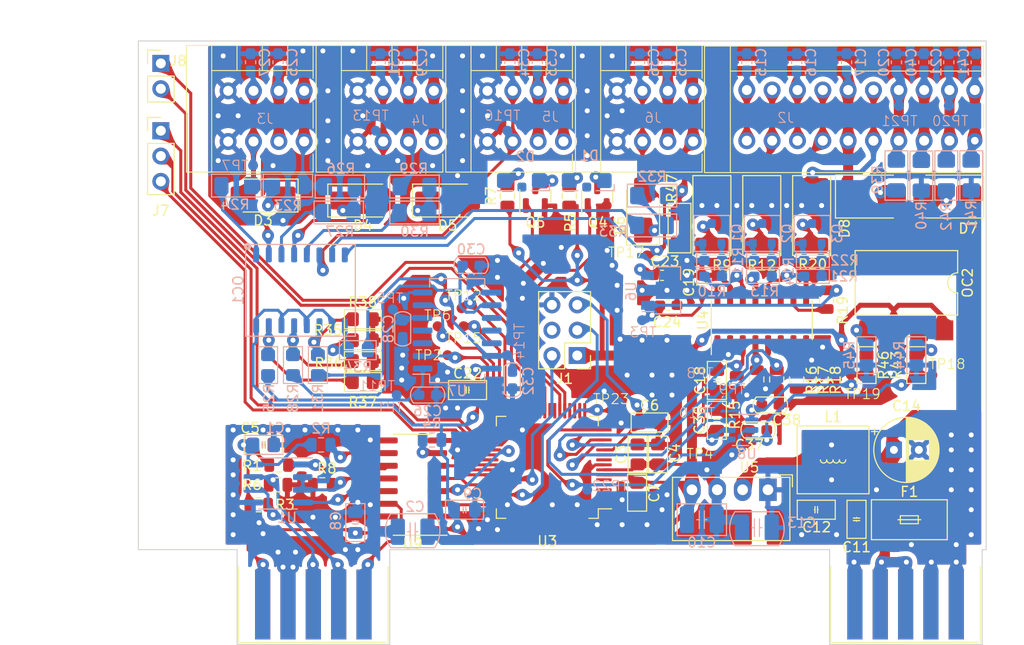
<source format=kicad_pcb>
(kicad_pcb (version 20221018) (generator pcbnew)
  (layers (0 "F.Cu" signal) (31 "B.Cu" signal) (34 "B.Paste" user) (35 "F.Paste" user) (36 "B.SilkS" user "B.Silkscreen") (37 "F.SilkS" user "F.Silkscreen") (38 "B.Mask" user) (39 "F.Mask" user) (44 "Edge.Cuts" user))
  (net 0 "")
  (net 1 "Net-(D1-K)")
  (net 2 "Net-(D1-A)")
  (net 3 "Net-(D2-K)")
  (net 4 "Net-(D2-A)")
  (net 5 "GNDD")
  (net 6 "/NRST")
  (net 7 "+3V3")
  (net 8 "/+3.3VRS485")
  (net 9 "Net-(C26-Pad1)")
  (net 10 "Net-(C28-Pad1)")
  (net 11 "/SWDIO")
  (net 12 "/STEP")
  (net 13 "/EN")
  (net 14 "/DIR")
  (net 15 "/RTS")
  (net 16 "/SWCLK")
  (net 17 "GND1")
  (net 18 "+24V")
  (net 19 "GNDA")
  (net 20 "/DI2")
  (net 21 "/DI1")
  (net 22 "/IN_POSITION")
  (net 23 "/ALARM")
  (net 24 "Net-(U5-IN+)")
  (net 25 "/RTS_cont")
  (net 26 "+5V")
  (net 27 "/Stepper_Motor_Control/IN_POSITION_out+")
  (net 28 "/Stepper_Motor_Control/ALARM_out+")
  (net 29 "Net-(RS2-Pin_2)")
  (net 30 "/Stepper_Motor_Control/EN_out-")
  (net 31 "/Stepper_Motor_Control/DIR_out-")
  (net 32 "/Stepper_Motor_Control/STEP_out-")
  (net 33 "Net-(OC1-Pad3)")
  (net 34 "Net-(OC1-Pad5)")
  (net 35 "Net-(OC1-Pad7)")
  (net 36 "Net-(U1-DE)")
  (net 37 "Net-(U1-RO)")
  (net 38 "Net-(U1-DI)")
  (net 40 "Net-(RS1-Pin_3)")
  (net 41 "Net-(RS1-Pin_4)")
  (net 42 "Net-(D5-A2)")
  (net 43 "Net-(C30-Pad1)")
  (net 44 "Net-(D6-A2)")
  (net 58 "Net-(C37-Pad1)")
  (net 59 "Net-(C38-Pad1)")
  (net 61 "Net-(J2-Pin_3)")
  (net 62 "Net-(J2-Pin_1)")
  (net 64 "/UART_DE")
  (net 83 "Net-(C32-Pad1)")
  (net 84 "Net-(Q1-B)")
  (net 85 "Net-(Q1-C)")
  (net 86 "Net-(Q2-B)")
  (net 87 "Net-(Q2-C)")
  (net 88 "Net-(Q3-B)")
  (net 89 "Net-(Q3-C)")
  (net 90 "Net-(D3-A2)")
  (net 91 "Net-(OC1-Pad9)")
  (net 92 "Net-(D4-A2)")
  (net 93 "Net-(OC1-Pad11)")
  (net 94 "Net-(D3-A1)")
  (net 95 "Net-(OC1-Pad13)")
  (net 96 "Net-(D4-A1)")
  (net 97 "Net-(OC1-Pad15)")
  (net 98 "Net-(Q4-B)")
  (net 99 "Net-(Q5-B)")
  (net 100 "Net-(D5-A1)")
  (net 101 "Net-(D6-A1)")
  (net 102 "Net-(OC1-Pad1)")
  (net 103 "Net-(OC2-Pad5)")
  (net 104 "Net-(OC2-Pad7)")
  (net 105 "Net-(U4-VOA)")
  (net 106 "Net-(U4-VOB)")
  (net 107 "Net-(U4-VE1)")
  (net 108 "Net-(U4-VE2)")
  (net 109 "Net-(U4-VOC)")
  (net 112 "/UART_TX")
  (net 113 "/UART_RX")
  (net 114 "/GPIO1")
  (net 115 "/GPIO2")
  (net 116 "Net-(U9-VE2)")
  (net 117 "Net-(U9-VE1)")
  (net 118 "/DI3")
  (net 119 "/DI4")
  (net 120 "/TX_USART_1")
  (net 121 "/DE_USART_1")
  (net 122 "/RX_USART_1")
  (net 128 "Net-(U6-IN)")
  (net 129 "Net-(D7-A)")
  (net 130 "Net-(D8-A)")
  (footprint "PCM_Resistor_SMD_AKL:R_0805_2012Metric_Pad1.20x1.40mm_HandSolder" (layer "F.Cu") (at 141.1 111.4525 90)
    (fp_text reference "C4")
    (fp_text value "4,7uF 50V 0805")
  )
  (footprint "PCM_Resistor_SMD_AKL:R_2512_6332Metric_Pad1.52x3.35mm_HandSolder" (layer "F.Cu") (at 146.5 87.5 -90)
    (fp_text reference "R9")
    (fp_text value "2512-2,4 кОм±5%-1 Вт")
  )
  (footprint "Connector_PinHeader_2.54mm:PinHeader_1x03_P2.54mm_Vertical" (layer "F.Cu") (at 91.25 79)
    (fp_text reference "J7")
    (fp_text value "DebugUSART (PinHeader_01x03_P2.54mm)")
  )
  (footprint "PCM_4ms_Resistor:R_0805_2012Metric" (layer "F.Cu") (at 103.0625 112.5 180)
    (fp_text reference "R1")
    (fp_text value "0805-10 кОм±5%-0,125 Вт")
  )
  (footprint "Converter_DCDC:Converter_DCDC_Murata_MEE1SxxxxSC_THT" (layer "F.Cu") (at 152.12 115 -90)
    (fp_text reference "U5")
    (fp_text value "AM1SS-2403SJZ")
  )
  (footprint "PCM_Resistor_SMD_AKL:R_2512_6332Metric_Pad1.52x3.35mm_HandSolder" (layer "F.Cu") (at 151.5 87.5 -90)
    (fp_text reference "R12")
    (fp_text value "2512-2,4 кОм±5%-1 Вт")
  )
  (footprint "PCM_4ms_Resistor:R_0805_2012Metric" (layer "F.Cu") (at 153 103.9375 90)
    (fp_text reference "R17")
    (fp_text value "0805-10 кОм±5%-0,125 Вт")
  )
  (footprint "PCM_Resistor_SMD_AKL:R_0805_2012Metric_Pad1.20x1.40mm_HandSolder" (layer "F.Cu") (at 140.25 108.25)
    (fp_text reference "C6")
    (fp_text value "0,1uF 50V 0805")
  )
  (footprint "Connector:DG141R-04" (layer "F.Cu") (at 110.319 78.048 -90)
    (fp_text reference "J3")
    (fp_text value "DI2 (DG141R-04)")
  )
  (footprint "PCM_Capacitor_THT_AKL:CP_Radial_D6.3mm_P2.50mm" (layer "F.Cu") (at 164.75 111)
    (fp_text reference "C14")
    (fp_text value "47uF 63V D10,5" hide)
  )
  (footprint "MountingHole:MountingHole_3.2mm_M3" (layer "F.Cu") (at 93 115)
    (fp_text reference "H2" hide)
    (fp_text value "MountingHole" hide)
  )
  (footprint "PCM_Resistor_SMD_AKL:R_0805_2012Metric_Pad1.20x1.40mm_HandSolder" (layer "F.Cu") (at 139 115.3 -90)
    (fp_text reference "C7")
    (fp_text value "0,1uF 50V 0805")
  )
  (footprint "PCM_Resistor_SMD_AKL:R_0805_2012Metric_Pad1.20x1.40mm_HandSolder" (layer "F.Cu") (at 111.5 97.9)
    (fp_text reference "R38")
    (fp_text value "0805-10 кОм±5%-0,125 Вт")
  )
  (footprint "Connector:DG141R-04" (layer "F.Cu") (at 136.319 78.048 -90)
    (fp_text reference "J5")
    (fp_text value "DI3 (DG141R-04)")
  )
  (footprint "PCM_4ms_Resistor:R_0805_2012Metric" (layer "F.Cu") (at 158 95.9375 -90)
    (fp_text reference "R19")
    (fp_text value "0805-4,7 кОм±5%-0,125 Вт")
  )
  (footprint "PCM_4ms_TestPoint:TestPoint_D1" (layer "F.Cu") (at 121.6 98.6)
    (fp_text reference "TP15")
    (fp_text value "TestPoint")
  )
  (footprint "PCM_4ms_Resistor:R_0805_2012Metric" (layer "F.Cu") (at 107.4375 114.5)
    (fp_text reference "R8")
    (fp_text value "0805-10 кОм±5%-0,125 Вт")
  )
  (footprint "PCM_Resistor_SMD_AKL:R_0805_2012Metric_Pad1.20x1.40mm_HandSolder" (layer "F.Cu") (at 139.0475 111.4525 90)
    (fp_text reference "C3")
    (fp_text value "0,1uF 50V 0805")
  )
  (footprint "PCM_Inductor_SMD_Handsoldering_AKL:L_Bourns-SRN6028" (layer "F.Cu") (at 158.65 112 180)
    (fp_text reference "L1")
    (fp_text value "6,8uH 3,5A ETQP3M6R8KVP" hide)
  )
  (footprint "PCM_4ms_Resistor:R_0805_2012Metric" (layer "F.Cu") (at 149 104.5 90)
    (fp_text reference "R15")
    (fp_text value "0805-10 кОм±5%-0,125 Вт")
  )
  (footprint "Capacitor_SMD:C_0603_1608Metric_Pad1.08x0.95mm_HandSolder" (layer "F.Cu") (at 142.1375 96.5)
    (fp_text reference "C24")
    (fp_text value "0,1uF 50V 0603")
  )
  (footprint "PCM_4ms_TestPoint:TestPoint_D1" (layer "F.Cu") (at 119 98.6)
    (fp_text reference "TP6")
    (fp_text value "TestPoint")
  )
  (footprint "PCM_Capacitor_SMD_US_Handsoldering_AKL:C_0603_1608Metric_Pad1.08x0.95mm" (layer "F.Cu") (at 151.1375 109 180)
    (fp_text reference "C37")
    (fp_text value "0,01uF 50V 0603" hide)
  )
  (footprint "PCM_Capacitor_SMD_AKL:C_0805_2012Metric_Pad1.18x1.45mm_HandSolder" (layer "F.Cu") (at 147 104.0375 90)
    (fp_text reference "C18")
    (fp_text value "0,1uF 100V 0805")
  )
  (footprint "Package_TO_SOT_SMD:SOT-23" (layer "F.Cu") (at 135 85.5625 90)
    (fp_text reference "Q4")
    (fp_text value "DTC114ECA (SOT-23)")
  )
  (footprint "PCM_Resistor_SMD_AKL:R_0805_2012Metric_Pad1.20x1.40mm_HandSolder" (layer "F.Cu") (at 162 102.5 -90)
    (fp_text reference "R46")
    (fp_text value "0805-1 кОм±5%-0,125 Вт")
  )
  (footprint "Connector:DG141R-10" (layer "F.Cu") (at 177.559 78.095 -90)
    (fp_text reference "J2")
    (fp_text value "Driver (DG141R-10)")
  )
  (footprint "Package_QFP:LQFP-64_10x10mm_P0.5mm" (layer "F.Cu") (at 130 112.75 180)
    (fp_text reference "U3")
    (fp_text value "STM32G070RBTx (LQFP-64)")
  )
  (footprint "Connector:DG141R-04" (layer "F.Cu") (at 123.319 78.048 -90)
    (fp_text reference "J4")
    (fp_text value "DI1 (DG141R-04)")
  )
  (footprint "PCM_4ms_TestPoint:TestPoint_D1" (layer "F.Cu") (at 136.5 107 180)
    (fp_text reference "TP23")
    (fp_text value "TestPoint")
  )
  (footprint "PCM_Resistor_SMD_AKL:R_0805_2012Metric_Pad1.20x1.40mm_HandSolder" (layer "F.Cu") (at 111.5 104.2)
    (fp_text reference "R37")
    (fp_text value "0805-10 кОм±5%-0,125 Вт")
  )
  (footprint "Diode_SMD:D_SMA" (layer "F.Cu") (at 139.601036 86.962588 90)
    (fp_text reference "D6")
    (fp_text value "SMAJ12A (SMA)")
  )
  (footprint "Diode_SMD:D_SMA" (layer "F.Cu") (at 120 86)
    (fp_text reference "D5")
    (fp_text value "SMAJ12A (SMA)")
  )
  (footprint "Capacitor_SMD:C_0603_1608Metric_Pad1.08x0.95mm_HandSolder" (layer "F.Cu") (at 141.5 93.5)
    (fp_text reference "C23")
    (fp_text value "0,33uF 50V 0603")
  )
  (footprint "Package_DIP:SMDIP-8_W9.53mm" (layer "F.Cu") (at 166 94.25 -90)
    (fp_text reference "OC2")
    (fp_text value "LTV-827S (SMDIP-8)")
  )
  (footprint "PCM_Resistor_SMD_AKL:R_0805_2012Metric_Pad1.20x1.40mm_HandSolder" (layer "F.Cu") (at 167 102.5 -90)
    (fp_text reference "R43")
    (fp_text value "0805-1 кОм±5%-0,125 Вт")
  )
  (footprint "PCM_4ms_TestPoint:TestPoint_D1" (layer "F.Cu") (at 121.4 96.8)
    (fp_text reference "TP12")
    (fp_text value "TestPoint")
  )
  (footprint "PCM_Capacitor_SMD_AKL:C_0805_2012Metric_Pad1.18x1.45mm_HandSolder" (layer "F.Cu") (at 122 105)
    (fp_text reference "C22")
    (fp_text value "0,1uF 100V 0805")
  )
  (footprint "Package_TO_SOT_SMD:SOT-23" (layer "F.Cu") (at 128.8 85.5625 90)
    (fp_text reference "Q5")
    (fp_text value "DTC114ECA (SOT-23)")
  )
  (footprint "PCM_Capacitor_SMD_US_Handsoldering_AKL:C_0603_1608Metric_Pad1.08x0.95mm" (layer "F.Cu") (at 152.3625 106.5)
    (fp_text reference "C38")
    (fp_text value "0,01uF 50V 0603" hide)
  )
  (footprint "PCM_4ms_Resistor:R_0805_2012Metric" (layer "F.Cu") (at 126 85.5625 90)
    (fp_text reference "R7")
    (fp_text value "0805-150 Ом±5%-0,125 Вт")
  )
  (footprint "PCM_4ms_TestPoint:TestPoint_D1" (layer "F.Cu") (at 140 91.5)
    (fp_text reference "TP17")
    (fp_text value "TestPoint")
  )
  (footprint "Diode_SMD:D_SMB" (layer "F.Cu") (at 162.55 85.6)
    (fp_text reference "D8")
    (fp_text value "SMBJ3.3A (SMB)")
  )
  (footprint "Diode_SMD:D_SMA" (layer "F.Cu") (at 111.5 86)
    (fp_text reference "D4")
    (fp_text value "SMAJ12A (SMA)")
  )
  (footprint "PCM_Resistor_SMD_AKL:R_2512_6332Metric_Pad1.52x3.35mm_HandSolder" (layer "F.Cu") (at 156.5 87.5 -90)
    (fp_text reference "R20")
    (fp_text value "2512-2,4 кОм±5%-1 Вт")
  )
  (footprint "PCM_4ms_Resistor:R_0805_2012Metric" (layer "F.Cu") (at 151 103.9375 90)
    (fp_text reference "R16")
    (fp_text value "0805-10 кОм±5%-0,125 Вт")
  )
  (footprint "PCM_4ms_TestPoint:TestPoint_D1" (layer "F.Cu") (at 120 101.5)
    (fp_text reference "TP2")
    (fp_text value "TestPoint")
  )
  (footprint "PCM_4ms_Resistor:R_0805_2012Metric" (layer "F.Cu") (at 155 103.9375 90)
    (fp_text reference "R18")
    (fp_text value "0805-4,7 кОм±5%-0,125 Вт")
  )
  (footprint "PCM_4ms_Resistor:R_0805_2012Metric" (layer "F.Cu") (at 101.0625 116.5 180)
    (fp_text reference "R3")
    (fp_text value "0805-560 Ом±5%-0,125 Вт")
  )
  (footprint "PCM_4ms_Resistor:R_0805_2012Metric" (layer "F.Cu") (at 103 114.5 180)
    (fp_text reference "R6")
    (fp_text value "0805-560 Ом±5%-0,125 Вт")
  )
  (footprint "PCM_Capacitor_SMD_AKL:C_0805_2012Metric_Pad1.18x1.45mm_HandSolder" (layer "F.Cu") (at 161 117.9625 -90)
    (fp_text reference "C11")
    (fp_text value "4,7uF 50V 0805")
  )
  (footprint "PCM_4ms_TestPoint:TestPoint_D1" (layer "F.Cu") (at 160.4 103.4 180)
    (fp_text reference "TP19")
    (fp_text value "TestPoint")
  )
  (footprint "Package_SO:SOIC-16_3.9x9.9mm_P1.27mm" (layer "F.Cu") (at 151.5 98 90)
    (fp_text reference "U4")
    (fp_text value "pia141M30 (SOIC-16)")
  )
  (footprint "PCM_Capacitor_SMD_AKL:C_0805_2012Metric_Pad1.18x1.45mm_HandSolder" (layer "F.Cu") (at 156.9625 117)
    (fp_text reference "C12")
    (fp_text value "4,7uF 50V 0805")
  )
  (footprint "Connector_PinHeader_2.54mm:PinHeader_1x02_P2.54mm_Vertical" (layer "F.Cu") (at 91.249293 72.249293)
    (fp_text reference "J8")
    (fp_text value "Debug GPIO (PinHeader_01x02_P2.54mm)")
  )
  (footprint "MountingHole:MountingHole_3.2mm_M3" (layer "F.Cu") (at 93 95)
    (fp_text reference "H1" hide)
    (fp_text value "MountingHole" hide)
  )
  (footprint "Connector:Edge_Conn_KLS1-603-10" (layer "F.Cu") (at 106.54 122.69)
    (fp_text reference "RS1" hide)
    (fp_text value "SL-10 (L-KLS1-603C-10-S)" hide)
  )
  (footprint "Connector:Edge_Conn_KLS1-603-10" (layer "F.Cu") (at 165.92 122.69)
    (fp_text reference "RS2" hide)
    (fp_text value "SL-10 (L-KLS1-603C-10-S)")
  )
  (footprint "Diode_SMD:D_SMA" (layer "F.Cu") (at 101.5 85.5 180)
    (fp_text reference "D3")
    (fp_text value "SMAJ12A (SMA)")
  )
  (footprint "PCM_Capacitor_SMD_AKL:C_0805_2012Metric_Pad1.18x1.45mm_HandSolder" (layer "F.Cu") (at 101.5 110.5 180)
    (fp_text reference "C5")
    (fp_text value "0,1uF 100V 0805")
  )
  (footprint "Connector_PinHeader_2.54mm:PinHeader_2x03_P2.54mm_Vertical" (layer "F.Cu") (at 133 101.54 180)
    (fp_text reference "J1")
    (fp_text value "Prog (PinHeader_2x03_P2.54mm)")
  )
  (footprint "Capacitor_SMD:C_0603_1608Metric_Pad1.08x0.95mm_HandSolder" (layer "F.Cu") (at 145.5 94.3625 90)
    (fp_text reference "C19")
    (fp_text value "0,1uF 50V 0603")
  )
  (footprint "PCM_Resistor_SMD_AKL:R_0805_2012Metric_Pad1.20x1.40mm_HandSolder" (layer "F.Cu") (at 111.5 102.1)
    (fp_text reference "R36")
    (fp_text value "0805-10 кОм±5%-0,125 Вт")
  )
  (footprint "PCM_4ms_TestPoint:TestPoint_D1" (layer "F.Cu") (at 144.5 112.5)
    (fp_text reference "TP4")
    (fp_text value "TestPoint")
  )
  (footprint "PCM_Fuse_Handsoldering_AKL:Fuse_Littelfuse-NANO2-451_453" (layer "F.Cu") (at 166.295 118)
    (fp_text reference "F1")
    (fp_text value "0452.500MRL" hide)
  )
  (footprint "Diode_SMD:D_SMB" (layer "F.Cu") (at 170.1 85.6 180)
    (fp_text reference "D7")
    (fp_text value "SMBJ3.3A (SMB)")
  )
  (footprint "PCM_4ms_TestPoint:TestPoint_D1" (layer "F.Cu") (at 168.6 103.5)
    (fp_text reference "TP18")
    (fp_text value "TestPoint")
  )
  (footprint "Package_SO:SOIC-16_3.9x9.9mm_P1.27mm" (layer "F.Cu") (at 116.5 114.5 180)
    (fp_text reference "U9")
    (fp_text value "pia141M30 (SOIC-16)")
  )
  (footprint "PCM_Resistor_SMD_AKL:R_0805_2012Metric_Pad1.20x1.40mm_HandSolder" (layer "F.Cu") (at 111.5 100)
    (fp_text reference "R35")
    (fp_text value "0805-10 кОм±5%-0,125 Вт")
  )
  (footprint "PCM_Resistor_SMD_AKL:R_1206_3216Metric_Pad1.42x1.75mm_HandSolder" (layer "F.Cu") (at 143.25 88.7625 90)
    (fp_text reference "R47")
    (fp_text value "1206-620 Ом±5%-0,25 Вт")
  )
  (footprint "PCM_4ms_Resistor:R_0805_2012Metric" (layer "F.Cu") (at 132.199293 85.5625 -90)
    (fp_text reference "R5")
    (fp_text value "0805-150 Ом±5%-0,125 Вт")
  )
  (footprint "Connector:DG141R-04" (layer "F.Cu") (at 149.319 78.048 -90)
    (fp_text reference "J6")
    (fp_text value "DI4 (DG141R-04)")
  )
  (footprint "PCM_Capacitor_SMD_AKL:C_0805_2012Metric_Pad1.18x1.45mm_HandSolder" (layer "F.Cu") (at 147 108.0375 -90)
    (fp_text reference "C39")
    (fp_text value "0,1uF 100V 0805")
  )
  (footprint "PCM_Capacitor_SMD_US_Handsoldering_AKL:C_0603_1608Metric_Pad1.08x0.95mm" (layer "B.Cu") (at 115.5 98.8625 -90)
    (fp_text reference "C28")
    (fp_text value "0,01uF 50V 0603" hide)
  )
  (footprint "PCM_Capacitor_SMD_US_Handsoldering_AKL:C_0603_1608Metric_Pad1.08x0.95mm" (layer "B.Cu") (at 122.3625 92.5)
    (fp_text reference "C30")
    (fp_text value "0,01uF 50V 0603" hide)
  )
  (footprint "PCM_Resistor_SMD_AKL:R_0603_1608Metric_Pad1.05x0.95mm_HandSolder" (layer "B.Cu") (at 146.625 93.6 180)
    (fp_text reference "R10")
    (fp_text value "0603-10 кОм±5%-0,062 Вт")
  )
  (footprint "PCM_Capacitor_SMD_US_Handsoldering_AKL:C_0603_1608Metric_Pad1.08x0.95mm" (layer "B.Cu") (at 118 105.5)
    (fp_text reference "C26")
    (fp_text value "0,01uF 50V 0603" hide)
  )
  (footprint "PCM_Capacitor_SMD_AKL:C_1210_3225Metric_Pad1.42x2.65mm_HandSolder" (layer "B.Cu") (at 145.4875 118)
    (fp_text reference "C10")
    (fp_text value "10uF 50V 1210 GRM32ER71H106K")
  )
  (footprint "PCM_4ms_TestPoint:TestPoint_D1" (layer "B.Cu") (at 139.5 98 -90)
    (fp_text reference "TP3")
    (fp_text value "TestPoint")
  )
  (footprint "PCM_Resistor_SMD_AKL:R_1206_3216Metric_Pad1.42x1.75mm_HandSolder" (layer "B.Cu") (at 140.5 85.5 180)
    (fp_text reference "R32")
    (fp_text value "1206-1 кОм±5%-0,25 Вт")
  )
  (footprint "Capacitor_SMD:C_0603_1608Metric_Pad1.08x0.95mm_HandSolder" (layer "B.Cu") (at 116 72.1375 90)
    (fp_text reference "C29")
    (fp_text value "0,1uF 50V 0603")
  )
  (footprint "PCM_4ms_TestPoint:TestPoint_D1" (layer "B.Cu") (at 126 79 180)
    (fp_text reference "TP16")
    (fp_text value "TestPoint")
  )
  (footprint "Capacitor_SMD:C_0603_1608Metric_Pad1.08x0.95mm_HandSolder" (layer "B.Cu") (at 129 72.1375 90)
    (fp_text reference "C33")
    (fp_text value "0,1uF 50V 0603")
  )
  (footprint "Package_TO_SOT_SMD:SOT-89-3" (layer "B.Cu") (at 142 95)
    (fp_text reference "U6")
    (fp_text value "L78L05 (SOT89-3)")
  )
  (footprint "PCM_4ms_TestPoint:TestPoint_D1" (layer "B.Cu") (at 134 115)
    (fp_text reference "TP22")
    (fp_text value "TestPoint")
  )
  (footprint "PCM_Capacitor_SMD_AKL:C_0805_2012Metric_Pad1.18x1.45mm_HandSolder" (layer "B.Cu") (at 101.575 110.5 180)
    (fp_text reference "C1")
    (fp_text value "1uF 100V 0805")
  )
  (footprint "Capacitor_SMD:C_0603_1608Metric_Pad1.08x0.95mm_HandSolder" (layer "B.Cu") (at 103 72.1375 90)
    (fp_text reference "C25")
    (fp_text value "0,1uF 50V 0603")
  )
  (footprint "PCM_Package_TO_SOT_SMD_AKL:SOT-23" (layer "B.Cu") (at 156.55 89.3 90)
    (fp_text reference "Q3")
    (fp_text value "2SC2712 (SOT-23)" hide)
  )
  (footprint "PCM_Resistor_SMD_AKL:R_1206_3216Metric_Pad1.42x1.75mm_HandSolder" (layer "B.Cu") (at 116.6875 87.2 180)
    (fp_text reference "R30")
    (fp_text value "1206-1 кОм±5%-0,25 Вт")
  )
  (footprint "PCM_4ms_TestPoint:TestPoint_D1" (layer "B.Cu") (at 100.5 82.5 180)
    (fp_text reference "TP7")
    (fp_text value "TestPoint")
  )
  (footprint "PCM_Capacitor_SMD_AKL:C_0805_2012Metric_Pad1.18x1.45mm_HandSolder" (layer "B.Cu") (at 121.7 117 180)
    (fp_text reference "C9")
    (fp_text value "0,1uF 100V 0805")
  )
  (footprint "PCM_Resistor_SMD_AKL:R_1206_3216Metric_Pad1.42x1.75mm_HandSolder" (layer "B.Cu") (at 98.8125 84.5 180)
    (fp_text reference "R24")
    (fp_text value "1206-1 кОм±5%-0,25 Вт")
  )
  (footprint "PCM_Resistor_SMD_AKL:R_1206_3216Metric_Pad1.42x1.75mm_HandSolder" (layer "B.Cu") (at 170 83.4875 90)
    (fp_text reference "R42")
    (fp_text value "1206-1 кОм±5%-0,25 Вт")
  )
  (footprint "PCM_4ms_TestPoint:TestPoint_D1" (layer "B.Cu") (at 112.8 79 180)
    (fp_text reference "TP13")
    (fp_text value "TestPoint")
  )
  (footprint "Capacitor_SMD:C_0603_1608Metric_Pad1.08x0.95mm_HandSolder" (layer "B.Cu") (at 139.25 72.1375 90)
    (fp_text reference "C36")
    (fp_text value "0,1uF 50V 0603")
  )
  (footprint "PCM_Resistor_SMD_AKL:R_1206_3216Metric_Pad1.42x1.75mm_HandSolder" (layer "B.Cu") (at 167.5 83.5125 90)
    (fp_text reference "R40")
    (fp_text value "1206-1 кОм±5%-0,25 Вт")
  )
  (footprint "PCM_Capacitor_SMD_Handsoldering_AKL:C_1210_3225Metric_Pad1.42x2.65mm" (layer "B.Cu") (at 151.0125 118.8 180)
    (fp_text reference "C13")
    (fp_text value "270 pf X7R 1206 2000v 202R18W271KW4E" hide)
  )
  (footprint "Capacitor_SMD:C_0603_1608Metric_Pad1.08x0.95mm_HandSolder" (layer "B.Cu") (at 165 72.1375 90)
    (fp_text reference "C20")
    (fp_text value "0,1uF 50V 0603")
  )
  (footprint "PCM_Package_TO_SOT_SMD_AKL:SOT-23" (layer "B.Cu") (at 151.55 89.3 90)
    (fp_text reference "Q2")
    (fp_text value "2SC2712 (SOT-23)" hide)
  )
  (footprint "Capacitor_SMD:C_0603_1608Metric_Pad1.08x0.95mm_HandSolder" (layer "B.Cu") (at 155 72.1375 90)
    (fp_text reference "C16")
    (fp_text value "0,1uF 50V 0603")
  )
  (footprint "PCM_4ms_Resistor:R_0805_2012Metric" (layer "B.Cu") (at 107.3125 110.5 180)
    (fp_text reference "R2")
    (fp_text value "0805-4,7 кОм±5%-0,125 Вт")
  )
  (footprint "Package_TO_SOT_SMD:SOT-23-6" (layer "B.Cu") (at 149.3625 109 180)
    (fp_text reference "U8")
    (fp_text value "74LVC2G14 (SOT-23-6)")
  )
  (footprint "PCM_Resistor_SMD_AKL:R_1206_3216Metric_Pad1.42x1.75mm_HandSolder" (layer "B.Cu") (at 165 83.4875 90)
    (fp_text reference "R39")
    (fp_text value "1206-1 кОм±5%-0,25 Вт")
  )
  (footprint "PCM_Resistor_SMD_AKL:R_1206_3216Metric_Pad1.42x1.75mm_HandSolder" (layer "B.Cu") (at 140.4875 88.5 180)
    (fp_text reference "R33")
    (fp_text value "1206-1 кОм±5%-0,25 Вт")
  )
  (footprint "PCM_Resistor_SMD_AKL:R_0603_1608Metric_Pad1.05x0.95mm_HandSolder" (layer "B.Cu") (at 156.625 93.6 180)
    (fp_text reference "R21")
    (fp_text value "0603-10 кОм±5%-0,062 Вт")
  )
  (footprint "PCM_Resistor_SMD_AKL:R_1206_3216Metric_Pad1.42x1.75mm_HandSolder" (layer "B.Cu") (at 103.9875 84.5 180)
    (fp_text reference "R23")
    (fp_text value "1206-1 кОм±5%-0,25 Вт")
  )
  (footprint "Capacitor_SMD:C_0603_1608Metric_Pad1.08x0.95mm_HandSolder" (layer "B.Cu") (at 150 72.1375 90)
    (fp_text reference "C15")
    (fp_text value "0,1uF 50V 0603")
  )
  (footprint "PCM_Resistor_SMD_AKL:R_0603_1608Metric_Pad1.05x0.95mm_HandSolder" (layer "B.Cu") (at 156.625 92)
    (fp_text reference "R22")
    (fp_text value "0603-10 кОм±5%-0,062 Вт")
  )
  (footprint "LED_SMD:LED_Kingbright_KPA-3010_3x2x1mm" (layer "B.Cu") (at 133.949293 83.5 180)
    (fp_text reference "D1")
    (fp_text value "KPA-3010CGCK")
  )
  (footprint "Capacitor_SMD:C_0603_1608Metric_Pad1.08x0.95mm_HandSolder" (layer "B.Cu") (at 167.75 72.1375 90)
    (fp_text reference "C40")
    (fp_text value "0,1uF 50V 0603")
  )
  (footprint "PCM_4ms_TestPoint:TestPoint_D1" (layer "B.Cu") (at 146.5 104.5 180)
    (fp_text reference "TP8")
    (fp_text value "TestPoint")
  )
  (footprint "PCM_Capacitor_SMD_Handsoldering_AKL:C_1210_3225Metric_Pad1.42x2.65mm" (layer "B.Cu") (at 116.5 119.2)
    (fp_text reference "C2")
    (fp_text value "270 pf X7R 1206 2000v 202R18W271KW4E" hide)
  )
  (footprint "PCM_Resistor_SMD_AKL:R_0805_2012Metric_Pad1.20x1.40mm_HandSolder" (layer "B.Cu") (at 167 101.5 -90)
    (fp_text reference "R44")
    (fp_text value "0805-10 кОм±5%-0,125 Вт")
  )
  (footprint "PCM_4ms_TestPoint:TestPoint_D1" (layer "B.Cu") (at 114.9 105.5 180)
    (fp_text reference "TP1")
    (fp_text value "TestPoint")
  )
  (footprint "Capacitor_SMD:C_0603_1608Metric_Pad1.08x0.95mm_HandSolder" (layer "B.Cu") (at 160 72.1375 90)
    (fp_text reference "C17")
    (fp_text value "0,1uF 50V 0603")
  )
  (footprint "Package_SO:SO-14_5.3x10.2mm_P1.27mm" (layer "B.Cu") (at 120.96 99.0375)
    (fp_text reference "U7")
    (fp_text value "HEF40106BT (SO-14)")
  )
  (footprint "Capacitor_SMD:C_0603_1608Metric_Pad1.08x0.95mm_HandSolder" (layer "B.Cu") (at 113.25 72.1375 90)
    (fp_text reference "C31")
    (fp_text value "0,1uF 50V 0603")
  )
  (footprint "PCM_Resistor_SMD_AKL:R_1206_3216Metric_Pad1.42x1.75mm_HandSolder" (layer "B.Cu") (at 109.2 84.6)
    (fp_text reference "R26")
    (fp_text value "1206-1 кОм±5%-0,25 Вт")
  )
  (footprint "PCM_4ms_TestPoint:TestPoint_D1" (layer "B.Cu") (at 113 103.5 180)
    (fp_text reference "TP11")
    (fp_text value "TestPoint")
  )
  (footprint "PCM_Capacitor_SMD_AKL:C_0805_2012Metric_Pad1.18x1.45mm_HandSolder" (layer "B.Cu") (at 110.75 118.2875 -90)
    (fp_text reference "C8")
    (fp_text value "0,1uF 100V 0805")
  )
  (footprint "PCM_Resistor_SMD_AKL:R_1206_3216Metric_Pad1.42x1.75mm_HandSolder" (layer "B.Cu") (at 116.6875 84.6)
    (fp_text reference "R29")
    (fp_text value "1206-1 кОм±5%-0,25 Вт")
  )
  (footprint "PCM_4ms_TestPoint:TestPoint_D1" (layer "B.Cu") (at 170.25 76.5)
    (fp_text reference "TP20")
    (fp_text value "TestPoint")
  )
  (footprint "Capacitor_SMD:C_0603_1608Metric_Pad1.08x0.95mm_HandSolder" (layer "B.Cu") (at 170.25 72.1375 90)
    (fp_text reference "C21")
    (fp_text value "0,1uF 50V 0603")
  )
  (footprint "Capacitor_SMD:C_0603_1608Metric_Pad1.08x0.95mm_HandSolder" (layer "B.Cu") (at 173 72.1375 90)
    (fp_text reference "C41")
    (fp_text value "0,1uF 50V 0603")
  )
  (footprint "Capacitor_SMD:C_0603_1608Metric_Pad1.08x0.95mm_HandSolder" (layer "B.Cu") (at 142 72.1375 90)
    (fp_text reference "C35")
    (fp_text value "0,1uF 50V 0603")
  )
  (footprint "PCM_Resistor_SMD_AKL:R_0603_1608Metric_Pad1.05x0.95mm_HandSolder" (layer "B.Cu") (at 146.625 92)
    (fp_text reference "R11")
    (fp_text value "0603-10 кОм±5%-0,062 Вт")
  )
  (footprint "PCM_4ms_TestPoint:TestPoint_D1" (layer "B.Cu") (at 146.1 106 180)
    (fp_text reference "TP10")
    (fp_text value "TestPoint")
  )
  (footprint "PCM_Resistor_SMD_AKL:R_0805_2012Metric_Pad1.20x1.40mm_HandSolder" (layer "B.Cu") (at 102 102.5 -90)
    (fp_text reference "R25")
    (fp_text value "0805-1 кОм±5%-0,125 Вт")
  )
  (footprint "PCM_Resistor_SMD_AKL:R_0603_1608Metric_Pad1.05x0.95mm_HandSolder" (layer "B.Cu") (at 151.625 93.6 180)
    (fp_text reference "R13")
    (fp_text value "0603-10 кОм±5%-0,062 Вт")
  )
  (footprint "PCM_Resistor_SMD_AKL:R_0805_2012Metric_Pad1.20x1.40mm_HandSolder" (layer "B.Cu") (at 111 101)
    (fp_text reference "R34")
    (fp_text value "0805-1 кОм±5%-0,125 Вт")
  )
  (footprint "PCM_Package_TO_SOT_SMD_AKL:SOT-23" (layer "B.Cu") (at 146.5 89.3 90)
    (fp_text reference "Q1")
    (fp_text value "2SC2712 (SOT-23)" hide)
  )
  (footprint "PCM_Resistor_SMD_AKL:R_0603_1608Metric_Pad1.05x0.95mm_HandSolder" (layer "B.Cu") (at 151.625 92)
    (fp_text reference "R14")
    (fp_text value "0603-10 кОм±5%-0,062 Вт")
  )
  (footprint "PCM_4ms_TestPoint:TestPoint_D1" (layer "B.Cu") (at 114.5 96.9 180)
    (fp_text reference "TP5")
    (fp_text value "TestPoint")
  )
  (footprint "LED_SMD:LED_Kingbright_KPA-3010_3x2x1mm" (layer "B.Cu") (at 127.45 83.5 180)
    (fp_text reference "D2")
    (fp_text value "KPA-3010CGCK")
  )
  (footprint "PCM_Capacitor_SMD_US_Handsoldering_AKL:C_0603_1608Metric_Pad1.08x0.95mm" (layer "B.Cu") (at 126.5 104 -90)
    (fp_text reference "C32")
    (fp_text value "0,01uF 50V 0603" hide)
  )
  (footprint "PCM_Resistor_SMD_AKL:R_0805_2012Metric_Pad1.20x1.40mm_HandSolder" (layer "B.Cu") (at 107 102.5 -90)
    (fp_text reference "R31")
    (fp_text value "0805-1 кОм±5%-0,125 Вт")
  )
  (footprint "Capacitor_SMD:C_0603_1608Metric_Pad1.08x0.95mm_HandSolder" (layer "B.Cu") (at 100.25 72.1375 90)
    (fp_text reference "C27")
    (fp_text value "0,1uF 50V 0603")
  )
  (footprint "PCM_4ms_TestPoint:TestPoint_D1" (layer "B.Cu") (at 165.25 76.5)
    (fp_text reference "TP21")
    (fp_text value "TestPoint")
  )
  (footprint "PCM_Package_SO_AKL:SOIC-16W_5.3x10.2mm_P1.27mm" (layer "B.Cu") (at 105.25 95 -90)
    (fp_text reference "OC1")
    (fp_text value "IS281- 4 (SOIC-16W)" hide)
  )
  (footprint "PCM_Resistor_SMD_AKL:R_1206_3216Metric_Pad1.42x1.75mm_HandSolder" (layer "B.Cu") (at 172.5 83.4875 -90)
    (fp_text reference "R41")
    (fp_text value "1206-1 кОм±5%-0,25 Вт")
  )
  (footprint "PCM_Resistor_SMD_AKL:R_0805_2012Metric_Pad1.20x1.40mm_HandSolder" (layer "B.Cu") (at 162 101.5 -90)
    (fp_text reference "R45")
    (fp_text value "0805-10 кОм±5%-0,125 Вт")
  )
  (footprint "PCM_4ms_TestPoint:TestPoint_D1" (layer "B.Cu") (at 148 106 180)
    (fp_text reference "TP9")
    (fp_text value "TestPoint")
  )
  (footprint "PCM_Resistor_SMD_AKL:R_1206_3216Metric_Pad1.42x1.75mm_HandSolder" (layer "B.Cu") (at 109.0875 87.2 180)
    (fp_text reference "R27")
    (fp_text value "1206-1 кОм±5%-0,25 Вт")
  )
  (footprint "PCM_4ms_Resistor:R_0805_2012Metric" (layer "B.Cu") (at 118.4375 110 180)
    (fp_text reference "R4")
    (fp_text value "0805-4,7 кОм±5%-0,125 Вт")
  )
  (footprint "Capacitor_SMD:C_0603_1608Metric_Pad1.08x0.95mm_HandSolder" (layer "B.Cu") (at 126.25 72.1375 90)
    (fp_text reference "C34")
    (fp_text value "0,1uF 50V 0603")
  )
  (footprint "PCM_4ms_TestPoint:TestPoint_D1" (layer "B.Cu") (at 126 101.5 180)
    (fp_text reference "TP14")
    (fp_text value "TestPoint")
  )
  (footprint "Package_SO:SOIC-8_3.9x4.9mm_P1.27mm" (layer "B.Cu") (at 103 114.365 180)
    (fp_text reference "U1")
    (fp_text value "ADM3485EARZ-REEL (SOIC-8)")
  )
  (footprint "PCM_Resistor_SMD_AKL:R_0805_2012Metric_Pad1.20x1.40mm_HandSolder" (layer "B.Cu") (at 104.5 102.5 -90)
    (fp_text reference "R28")
    (fp_text value "0805-1 кОм±5%-0,125 Вт")
  )
  (gr_line (start 98.9 121) (end 98.9 130.5) (stroke (width 0.1)) (layer "Edge.Cuts"))
  (gr_line (start 158.3 121) (end 158.3 130.5) (stroke (width 0.1)) (layer "Edge.Cuts"))
  (gr_line (start 158.3 130.5) (end 173.6 130.5) (stroke (width 0.1)) (layer "Edge.Cuts"))
  (gr_line (start 173.6 121) (end 174 121) (stroke (width 0.1)) (layer "Edge.Cuts"))
  (gr_line (start 98.9 121) (end 89 121) (stroke (width 0.1)) (layer "Edge.Cuts"))
  (gr_line (start 89 121) (end 89 70) (stroke (width 0.1)) (layer "Edge.Cuts"))
  (gr_line (start 114.2 130.5) (end 114.2 121) (stroke (width 0.1)) (layer "Edge.Cuts"))
  (gr_line (start 89 70) (end 96.5 70) (stroke (width 0.1)) (layer "Edge.Cuts"))
  (gr_line (start 174 70) (end 96.5 70) (stroke (width 0.1)) (layer "Edge.Cuts"))
  (gr_line (start 173.6 130.5) (end 173.6 121) (stroke (width 0.1)) (layer "Edge.Cuts"))
  (gr_line (start 98.9 130.5) (end 114.2 130.5) (stroke (width 0.1)) (layer "Edge.Cuts"))
  (gr_line (start 114.2 121) (end 158.3 121) (stroke (width 0.1)) (layer "Edge.Cuts"))
  (gr_line (start 174 121) (end 174 70) (stroke (width 0.1)) (layer "Edge.Cuts"))
  (via (at 134.850566 83.650455) (size 1.2) (drill 0.5) (layers "F.Cu" "B.Cu") (net 1))
  (segment (start 134.850566 83.650455) (end 135.200111 84) (width 0.3) (layer "B.Cu") (net 1))
  (segment (start 135.200111 84) (end 135.699293 84) (width 0.3) (layer "B.Cu") (net 1))
  (segment (start 132.199293 84.625) (end 132.199293 84.49545) (width 0.3) (layer "F.Cu") (net 2))
  (segment (start 132.199293 84.49545) (end 132.979443 83.7153) (width 0.3) (layer "F.Cu") (net 2))
  (via (at 132.979443 83.7153) (size 1.2) (drill 0.5) (layers "F.Cu" "B.Cu") (net 2))
  (segment (start 132.483993 83.7153) (end 132.199293 84) (width 0.3) (layer "B.Cu") (net 2))
  (segment (start 132.979443 83.7153) (end 132.483993 83.7153) (width 0.3) (layer "B.Cu") (net 2))
  (segment (start 129.875 84.625) (end 130.5 84) (width 0.3) (layer "F.Cu") (net 3))
  (segment (start 128.8 84.625) (end 129.875 84.625) (width 0.3) (layer "F.Cu") (net 3))
  (via (at 130.5 84) (size 1.2) (drill 0.5) (layers "F.Cu" "B.Cu") (net 3))
  (segment (start 130.5 84) (end 129.2 84) (width 0.3) (layer "B.Cu") (net 3))
  (segment (start 127.1 83.3) (end 126 84.4) (width 0.3) (layer "F.Cu") (net 4))
  (segment (start 126 84.4) (end 126 84.625) (width 0.3) (layer "F.Cu") (net 4))
  (via (at 127.1 83.3) (size 1.2) (drill 0.5) (layers "F.Cu" "B.Cu") (net 4))
  (segment (start 126.4 83.3) (end 125.7 84) (width 0.3) (layer "B.Cu") (net 4))
  (segment (start 127.1 83.3) (end 126.4 83.3) (width 0.3) (layer "B.Cu") (net 4))
  (segment (start 147 107) (end 147.5 107) (width 1) (layer "F.Cu") (net 5))
  (segment (start 129.6 86.65) (end 129.75 86.5) (width 0.3) (layer "F.Cu") (net 5))
  (segment (start 150.8 105.075) (end 151 104.875) (width 1) (layer "F.Cu") (net 5))
  (segment (start 118.975 117.675) (end 123.675 117.675) (width 0.5) (layer "F.Cu") (net 5))
  (segment (start 147 105.075) (end 148.6375 105.075) (width 1) (layer "F.Cu") (net 5))
  (segment (start 135.5 86.95) (end 135.5 87.25) (width 1) (layer "F.Cu") (net 5))
  (segment (start 150 105.5) (end 150.425 105.075) (width 1) (layer "F.Cu") (net 5))
  (segment (start 134.79688 112.5) (end 133.9 113.39688) (width 0.3) (layer "F.Cu") (net 5))
  (segment (start 129.6 92.3) (end 129.6 86.65) (width 0.3) (layer "F.Cu") (net 5))
  (segment (start 151.875 104.875) (end 153 104.875) (width 1) (layer "F.Cu") (net 5))
  (segment (start 147.5 107) (end 149.5 109) (width 1) (layer "F.Cu") (net 5))
  (segment (start 155.945 101.445) (end 156.5 102) (width 0.3) (layer "F.Cu") (net 5))
  (segment (start 153.225 106.5) (end 153.225 105.1) (width 1) (layer "F.Cu") (net 5))
  (segment (start 155.945 100.475) (end 155.945 101.445) (width 0.3) (layer "F.Cu") (net 5))
  (segment (start 133.9 115.6) (end 133 116.5) (width 0.3) (layer "F.Cu") (net 5))
  (segment (start 135.75 90.75) (end 136 91) (width 1) (layer "F.Cu") (net 5))
  (segment (start 146.92 112.355) (end 149.5 109.775) (width 1) (layer "F.Cu") (net 5))
  (segment (start 147 105.075) (end 147 107) (width 1) (layer "F.Cu") (net 5))
  (segment (start 149.575 105.075) (end 150 105.5) (width 1) (layer "F.Cu") (net 5))
  (segment (start 149.5 109) (end 150.275 109) (width 1) (layer "F.Cu") (net 5))
  (segment (start 133.9 113.39688) (end 133.9 115.6) (width 0.3) (layer "F.Cu") (net 5))
  (segment (start 146 113) (end 146.92 112.355) (width 1) (layer "F.Cu") (net 5))
  (segment (start 135.675 112.5) (end 134.79688 112.5) (width 0.3) (layer "F.Cu") (net 5))
  (segment (start 135.5 87.25) (end 135.75 87.5) (width 1) (layer "F.Cu") (net 5))
  (segment (start 153.225 105.1) (end 153 104.875) (width 1) (layer "F.Cu") (net 5))
  (segment (start 148.6375 105.075) (end 149.575 105.075) (width 1) (layer "F.Cu") (net 5))
  (segment (start 135.75 87.5) (end 135.75 90.75) (width 1) (layer "F.Cu") (net 5))
  (segment (start 146.92 115) (end 146 113) (width 1) (layer "F.Cu") (net 5))
  (segment (start 150.425 105.075) (end 150.8 105.075) (width 1) (layer "F.Cu") (net 5))
  (segment (start 149.5 109.775) (end 149.5 109) (width 1) (layer "F.Cu") (net 5))
  (segment (start 135.95 86.5) (end 135.5 86.95) (width 1) (layer "F.Cu") (net 5))
  (segment (start 151.875 104.875) (end 151 104.875) (width 1) (layer "F.Cu") (net 5))
  (segment (start 148.6375 105.075) (end 149 105.4375) (width 1) (layer "F.Cu") (net 5))
  (segment (start 123.675 117.675) (end 124 118) (width 0.5) (layer "F.Cu") (net 5))
  (via (at 131.4 90.7) (size 1.2) (drill 0.5) (layers "F.Cu" "B.Cu") (net 5))
  (via (at 148.5 111.5) (size 1.2) (drill 0.5) (layers "F.Cu" "B.Cu") (net 5))
  (via (at 125 92) (size 1.2) (drill 0.5) (layers "F.Cu" "B.Cu") (net 5))
  (via (at 140 118.5) (size 1.2) (drill 0.5) (layers "F.Cu" "B.Cu") (net 5))
  (via (at 142 100) (size 1.2) (drill 0.5) (layers "F.Cu" "B.Cu") (net 5))
  (via (at 127.6 94.3) (size 1.2) (drill 0.5) (layers "F.Cu" "B.Cu") (net 5))
  (via (at 146 113) (size 1.2) (drill 0.5) (layers "F.Cu" "B.Cu") (net 5))
  (via (at 136.5 92.5) (size 1.2) (drill 0.5) (layers "F.Cu" "B.Cu") (net 5))
  (via (at 150 105.5) (size 1.2) (drill 0.5) (layers "F.Cu" "B.Cu") (net 5))
  (via (at 126.5 113) (size 1.2) (drill 0.5) (layers "F.Cu" "B.Cu") (net 5))
  (via (at 137.3 99.9) (size 1.2) (drill 0.5) (layers "F.Cu" "B.Cu") (net 5))
  (via (at 142.5 105.5) (size 1.2) (drill 0.5) (layers "F.Cu" "B.Cu") (net 5))
  (via (at 138 103.5) (size 1.2) (drill 0.5) (layers "F.Cu" "B.Cu") (net 5))
  (via (at 124 118) (size 1.2) (drill 0.5) (layers "F.Cu" "B.Cu") (net 5))
  (via (at 164.4 103.3) (size 1.2) (drill 0.5) (layers "F.Cu" "B.Cu") (net 5))
  (via (at 127.5 95.8) (size 1.2) (drill 0.5) (layers "F.Cu" "B.Cu") (net 5))
  (via (at 127.5 109) (size 1.2) (drill 0.5) (layers "F.Cu" "B.Cu") (net 5))
  (via (at 136 91) (size 1.2) (drill 0.5) (layers "F.Cu" "B.Cu") (net 5))
  (via (at 121 106.8) (size 1.2) (drill 0.5) (layers "F.Cu" "B.Cu") (net 5))
  (via (at 157.6 100.7) (size 1.2) (drill 0.5) (layers "F.Cu" "B.Cu") (net 5))
  (via (at 148.144102 101.440401) (size 1.2) (drill 0.5) (layers "F.Cu" "B.Cu") (net 5))
  (via (at 125 93.7) (size 1.2) (drill 0.5) (layers "F.Cu" "B.Cu") (net 5))
  (via (at 142.5 103.5) (size 1.2) (drill 0.5) (layers "F.Cu" "B.Cu") (net 5))
  (via (at 115.5 101.5) (size 1.2) (drill 0.5) (layers "F.Cu" "B.Cu") (net 5))
  (via (at 137 97) (size 1.2) (drill 0.5) (layers "F.Cu" "B.Cu") (net 5))
  (via (at 137.5 116) (size 1.2) (drill 0.5) (layers "F.Cu" "B.Cu") (net 5))
  (via (at 126 116.5) (size 1.2) (drill 0.5) (layers "F.Cu" "B.Cu") (net 5))
  (via (at 151.875 104.875) (size 1.2) (drill 0.5) (layers "F.Cu" "B.Cu") (net 5))
  (via (at 135 118.5) (size 1.2) (drill 0.5) (layers "F.Cu" "B.Cu") (net 5))
  (via (at 137 94.5) (size 1.2) (drill 0.5) (layers "F.Cu" "B.Cu") (net 5))
  (via (at 135.7 105.1) (size 1.2) (drill 0.5) (layers "F.Cu" "B.Cu") (net 5))
  (via (at 115.6 95.8) (size 1.2) (drill 0.5) (layers "F.Cu" "B.Cu") (net 5))
  (via (at 137.5 118.5) (size 1.2) (drill 0.5) (layers "F.Cu" "B.Cu") (net 5))
  (via (at 142 115.5) (size 1.2) (drill 0.5) (layers "F.Cu" "B.Cu") (net 5))
  (via (at 115.4 104) (size 1.2) (drill 0.5) (layers "F.Cu" "B.Cu") (net 5))
  (via (at 120 103.2) (size 1.2) (drill 0.5) (layers "F.Cu" "B.Cu") (net 5))
  (via (at 119.8 106.8) (size 1.2) (drill 0.5) (layers "F.Cu" "B.Cu") (net 5))
  (via (at 140.5 103.5) (size 1.2) (drill 0.5) (layers "F.Cu" "B.Cu") (net 5))
  (via (at 133 116.5) (size 1.2) (drill 0.5) (layers "F.Cu" "B.Cu") (net 5))
  (via (at 121 111) (size 1.2) (drill 0.5) (layers "F.Cu" "B.Cu") (net 5))
  (via (at 141.5 117) (size 1.2) (drill 0.5) (layers "F.Cu" "B.Cu") (net 5))
  (via (at 119 104) (size 1.2) (drill 0.5) (layers "F.Cu" "B.Cu") (net 5))
  (via (at 125 119) (size 1.2) (drill 0.5) (layers "F.Cu" "B.Cu") (net 5))
  (via (at 123.1 118.9) (size 1.2) (drill 0.5) (layers "F.Cu" "B.Cu") (net 5))
  (via (at 130.5 116.5) (size 1.2) (drill 0.5) (layers "F.Cu" "B.Cu") (net 5))
  (via (at 129.6 92.3) (size 1.2) (drill 0.5) (layers "F.Cu" "B.Cu") (net 5))
  (via (at 137.4 108.3) (size 1.2) (drill 0.5) (layers "F.Cu" "B.Cu") (net 5))
  (via (at 115.4 102.8) (size 1.2) (drill 0.5) (layers "F.Cu" "B.Cu") (net 5))
  (via (at 140.5 105.5) (size 1.2) (drill 0.5) (layers "F.Cu" "B.Cu") (net 5))
  (via (at 156.5 102) (size 1.2) (drill 0.5) (layers "F.Cu" "B.Cu") (net 5))
  (via (at 139.5 100) (size 1.2) (drill 0.5) (layers "F.Cu" "B.Cu") (net 5))
  (segment (start 156.5 102) (end 157 102.5) (width 0.3) (layer "B.Cu") (net 5))
  (segment (start 149.525 118) (end 146.975 118) (width 1) (layer "B.Cu") (net 5))
  (segment (start 115.6 95.8) (end 116.1725 95.2275) (width 0.3) (layer "B.Cu") (net 5))
  (segment (start 146.975 118) (end 146.975 115.055) (width 1) (layer "B.Cu") (net 5))
  (segment (start 157 102.5) (end 162 102.5) (width 0.3) (layer "B.Cu") (net 5))
  (segment (start 146.975 115.055) (end 146.92 115) (width 1) (layer "B.Cu") (net 5))
  (segment (start 122.4755 120.0245) (end 124 118.5) (width 1) (layer "B.Cu") (net 5))
  (segment (start 124 118.5) (end 124 118) (width 1) (layer "B.Cu") (net 5))
  (segment (start 149.837501 109) (end 149.2375 109.600001) (width 0.3) (layer "B.Cu") (net 5))
  (segment (start 146.92 113.08) (end 146.92 115) (width 0.3) (layer "B.Cu") (net 5))
  (segment (start 150.5 109) (end 149.837501 109) (width 0.3) (layer "B.Cu") (net 5))
  (segment (start 149.2375 109.600001) (end 149.2375 110.7625) (width 0.3) (layer "B.Cu") (net 5))
  (segment (start 119.5245 120.0245) (end 122.4755 120.0245) (width 1) (layer "B.Cu") (net 5))
  (segment (start 118.5 119) (end 119.5245 120.0245) (width 1) (layer "B.Cu") (net 5))
  (segment (start 148.5 111.5) (end 146.92 113.08) (width 0.3) (layer "B.Cu") (net 5))
  (segment (start 115.5 99.725) (end 115.5 101.5) (width 1) (layer "B.Cu") (net 5))
  (segment (start 162 102.5) (end 167 102.5) (width 0.3) (layer "B.Cu") (net 5))
  (segment (start 149.2375 110.7625) (end 148.5 111.5) (width 0.3) (layer "B.Cu") (net 5))
  (segment (start 116.1725 95.2275) (end 117.4975 95.2275) (width 0.3) (layer "B.Cu") (net 5))
  (segment (start 139.25 106.75) (end 139 106.5) (width 0.3) (layer "F.Cu") (net 6))
  (segment (start 139.25 108.30312) (end 139.25 108.25) (width 0.3) (layer "F.Cu") (net 6))
  (segment (start 136.55312 111) (end 139.25 108.30312) (width 0.3) (layer "F.Cu") (net 6))
  (segment (start 139.25 108.25) (end 139.25 106.75) (width 0.3) (layer "F.Cu") (net 6))
  (segment (start 135.675 111) (end 136.55312 111) (width 0.3) (layer "F.Cu") (net 6))
  (via (at 139 106.5) (size 1.2) (drill 0.5) (layers "F.Cu" "B.Cu") (net 6))
  (segment (start 134.46 96.46) (end 133 96.46) (width 0.3) (layer "B.Cu") (net 6))
  (segment (start 136 98) (end 134.46 96.46) (width 0.3) (layer "B.Cu") (net 6))
  (segment (start 139 106.5) (end 136 103.5) (width 0.3) (layer "B.Cu") (net 6))
  (segment (start 136 103.5) (end 136 98) (width 0.3) (layer "B.Cu") (net 6))
  (segment (start 144.38 116.62) (end 144.38 115) (width 0.5) (layer "F.Cu") (net 7))
  (segment (start 169.81 99.015) (end 169.81 97.81) (width 0.5) (layer "F.Cu") (net 7))
  (segment (start 126 86.5) (end 126.25 86.75) (width 0.3) (layer "F.Cu") (net 7))
  (segment (start 144.5375 109.5375) (end 144.5 109.5) (width 0.3) (layer "F.Cu") (net 7))
  (segment (start 135.675 113) (end 138.5 113) (width 0.3) (layer "F.Cu") (net 7))
  (segment (start 147 109.5375) (end 144.5375 109.5375) (width 0.3) (layer "F.Cu") (net 7))
  (segment (start 146.5 110) (end 147 109.5) (width 0.3) (layer "F.Cu") (net 7))
  (segment (start 144.5 102) (end 144.5 101.5) (width 1) (layer "F.Cu") (net 7))
  (segment (start 164.25 96.5) (end 164.73 96.98) (width 0.5) (layer "F.Cu") (net 7))
  (segment (start 144.46 101.54) (end 144.5 101.5) (width 1) (layer "F.Cu") (net 7))
  (segment (start 133 91.5) (end 133 86.5) (width 0.3) (layer "F.Cu") (net 7))
  (segment (start 143.63 114.25) (end 144.38 115) (width 0.3) (layer "F.Cu") (net 7))
  (segment (start 122.5255 120.25) (end 140.75 120.25) (width 0.5) (layer "F.Cu") (net 7))
  (segment (start 144.5 112.5) (end 144.5 114.88) (width 1) (layer "F.Cu") (net 7))
  (segment (start 135.5 101.54) (end 135.5 94) (width 0.5) (layer "F.Cu") (net 7))
  (segment (start 169.81 97.81) (end 168.5 96.5) (width 0.5) (layer "F.Cu") (net 7))
  (segment (start 159.5 102) (end 159.5 100) (width 0.3) (layer "F.Cu") (net 7))
  (segment (start 133 101.54) (end 144.46 101.54) (width 1) (layer "F.Cu") (net 7))
  (segment (start 135.5 94) (end 133 94) (width 0.3) (layer "F.Cu") (net 7))
  (segment (start 144.5 114.88) (end 144.38 115) (width 1) (layer "F.Cu") (net 7))
  (segment (start 156.625 104.875) (end 159.5 102) (width 0.3) (layer "F.Cu") (net 7))
  (segment (start 126.25 90.372369) (end 127.125877 91.248246) (width 0.3) (layer "F.Cu") (net 7))
  (segment (start 121 118.7245) (end 122.5255 120.25) (width 0.5) (layer "F.Cu") (net 7))
  (segment (start 159.5 98.375) (end 161.375 96.5) (width 0.5) (layer "F.Cu") (net 7))
  (segment (start 144.4525 112.4525) (end 144.5 112.5) (width 0.3) (layer "F.Cu") (net 7))
  (segment (start 121 118.7245) (end 121 118.78) (width 0.5) (layer "F.Cu") (net 7))
  (segment (start 161.375 96.5) (end 164.25 96.5) (width 0.5) (layer "F.Cu") (net 7))
  (segment (start 122.525 107.725) (end 123 107.25) (width 0.3) (layer "F.Cu") (net 7))
  (segment (start 144.5 101.5) (end 144.5 101) (width 1) (layer "F.Cu") (net 7))
  (segment (start 123 107.25) (end 123 105.0375) (width 0.3) (layer "F.Cu") (net 7))
  (segment (start 121 118.78) (end 120.89 118.89) (width 0.5) (layer "F.Cu") (net 7))
  (segment (start 121 118.7245) (end 120.7795 118.945) (width 0.3) (layer "F.Cu") (net 7))
  (segment (start 122.8 102.948701) (end 123.0375 103.186201) (width 0.3) (layer "F.Cu") (net 7))
  (segment (start 120.7795 118.945) (end 118.975 118.945) (width 0.3) (layer "F.Cu") (net 7))
  (segment (start 147.055 102.945) (end 147 103) (width 0.3) (layer "F.Cu") (net 7))
  (segment (start 168.5 96.5) (end 165.21 96.5) (width 0.5) (layer "F.Cu") (net 7))
  (segment (start 138.25 113.5) (end 139 114.25) (width 0.3) (layer "F.Cu") (net 7))
  (segment (start 144.5 109.5) (end 144.5 102) (width 1) (layer "F.Cu") (net 7))
  (segment (start 135.675 113.5) (end 138.25 113.5) (width 0.3) (layer "F.Cu") (net 7))
  (segment (start 141.0475 112.4525) (end 144.4525 112.4525) (width 0.3) (layer "F.Cu") (net 7))
  (segment (start 144.5 102) (end 145.15 102.65) (width 0.5) (layer "F.Cu") (net 7))
  (segment (start 123.0375 103.186201) (end 123.0375 105) (width 0.3) (layer "F.Cu") (net 7))
  (segment (start 139.0475 112.4525) (end 141.0475 112.4525) (width 0.3) (layer "F.Cu") (net 7))
  (segment (start 145.15 102.65) (end 147.055 102.65) (width 0.5) (layer "F.Cu") (net 7))
  (segment (start 165.21 96.5) (end 164.73 96.98) (width 0.5) (layer "F.Cu") (net 7))
  (segment (start 159.5 100) (end 159.5 98.375) (width 0.5) (layer "F.Cu") (net 7))
  (segment (start 123 105.0375) (end 123.0375 105) (width 0.3) (layer "F.Cu") (net 7))
  (segment (start 164.73 99.015) (end 164.73 96.98) (width 0.5) (layer "F.Cu") (net 7))
  (segment (start 144.5 112.5) (end 144.5 109.5) (width 1) (layer "F.Cu") (net 7))
  (segment (start 138.5 113) (end 139.0475 112.4525) (width 0.3) (layer "F.Cu") (net 7))
  (segment (start 140.75 120.25) (end 144.38 116.62) (width 0.5) (layer "F.Cu") (net 7))
  (segment (start 145.5 100) (end 144.5 101) (width 0.5) (layer "F.Cu") (net 7))
  (segment (start 147.055 100.475) (end 147.055 102.945) (width 0.3) (layer "F.Cu") (net 7))
  (segment (start 155 104.875) (end 156.625 104.875) (width 0.3) (layer "F.Cu") (net 7))
  (segment (start 139 114.25) (end 143.63 114.25) (width 0.3) (layer "F.Cu") (net 7))
  (segment (start 126.25 86.75) (end 126.25 90.372369) (width 0.3) (layer "F.Cu") (net 7))
  (segment (start 147 109.5) (end 147 109.075) (width 0.3) (layer "F.Cu") (net 7))
  (via (at 133 91.5) (size 1.2) (drill 0.5) (layers "F.Cu" "B.Cu") (net 7))
  (via (at 146.5 110) (size 1.2) (drill 0.5) (layers "F.Cu" "B.Cu") (net 7))
  (via (at 127.125877 91.248246) (size 1.2) (drill 0.5) (layers "F.Cu" "B.Cu") (net 7))
  (via (at 145.5 100) (size 1.2) (drill 0.5) (layers "F.Cu" "B.Cu") (net 7))
  (via (at 121 118.7245) (size 1.2) (drill 0.5) (layers "F.Cu" "B.Cu") (net 7))
  (via (at 122.525 107.725) (size 1.2) (drill 0.5) (layers "F.Cu" "B.Cu") (net 7))
  (via (at 133 94) (size 1.2) (drill 0.5) (layers "F.Cu" "B.Cu") (net 7))
  (via (at 159.5 100) (size 1.2) (drill 0.5) (layers "F.Cu" "B.Cu") (net 7))
  (via (at 122.8 102.948701) (size 1.2) (drill 0.5) (layers "F.Cu" "B.Cu") (net 7))
  (segment (start 133 94) (end 133 91.5) (width 0.3) (layer "B.Cu") (net 7))
  (segment (start 107.5 97) (end 106.685001 97) (width 0.3) (layer "B.Cu") (net 7))
  (segment (start 102.5 106.5) (end 100.5 104.5) (width 0.3) (layer "B.Cu") (net 7))
  (segment (start 133 94) (end 129.5 94) (width 0.3) (layer "B.Cu") (net 7))
  (segment (start 145.5 100) (end 146.4 99.1) (width 0.5) (layer "B.Cu") (net 7))
  (segment (start 123.25 102.8475) (end 124.4225 102.8475) (width 0.3) (layer "B.Cu") (net 7))
  (segment (start 103.345 97.655) (end 103.345 98.55) (width 0.3) (layer "B.Cu") (net 7))
  (segment (start 108.425 97.925) (end 107.5 97) (width 0.3) (layer "B.Cu") (net 7))
  (segment (start 121.75 108.5) (end 119.45 108.5) (width 0.3) (layer "B.Cu") (net 7))
  (segment (start 158.6 99.1) (end 159.5 100) (width 0.5) (layer "B.Cu") (net 7))
  (segment (start 105.885 97.800001) (end 105.084999 97) (width 0.3) (layer "B.Cu") (net 7))
  (segment (start 120 112) (end 119.375 111.375) (width 0.3) (layer "B.Cu") (net 7))
  (segment (start 108.425 98.55) (end 108.425 97.925) (width 0.3) (layer "B.Cu") (net 7))
  (segment (start 104 97) (end 103.345 97.655) (width 0.3) (layer "B.Cu") (net 7))
  (segment (start 121 117) (end 120 116) (width 0.3) (layer "B.Cu") (net 7))
  (segment (start 105.084999 97) (end 104 97) (width 0.3) (layer "B.Cu") (net 7))
  (segment (start 103.345 98.55) (end 103.345 97.345) (width 0.3) (layer "B.Cu") (net 7))
  (segment (start 114.5 106.5) (end 102.5 106.5) (width 0.3) (layer "B.Cu") (net 7))
  (segment (start 127.125877 91.374123) (end 127.125877 91.248246) (width 0.3) (layer "B.Cu") (net 7))
  (segment (start 146.4 99.1) (end 158.6 99.1) (width 0.5) (layer "B.Cu") (net 7))
  (segment (start 100.5 104.5) (end 100.5 100.5) (width 0.3) (layer "B.Cu") (net 7))
  (segment (start 121 118.7245) (end 121 117) (width 0.3) (layer "B.Cu") (net 7))
  (segment (start 100.5 100.5) (end 100.805 100.195) (width 0.3) (layer "B.Cu") (net 7))
  (segment (start 119.45 108.5) (end 116.5 108.5) (width 0.3) (layer "B.Cu") (net 7))
  (segment (start 127 91.5) (end 127.125877 91.374123) (width 0.3) (layer "B.Cu") (net 7))
  (segment (start 105.885 97.800001) (end 105.885 98.55) (width 0.3) (layer "B.Cu") (net 7))
  (segment (start 144.38 115) (end 144.38 117.62) (width 0.5) (layer "B.Cu") (net 7))
  (segment (start 103.345 97.345) (end 103 97) (width 0.3) (layer "B.Cu") (net 7))
  (segment (start 144.38 117.62) (end 144 118) (width 0.5) (layer "B.Cu") (net 7))
  (segment (start 100.805 97.800001) (end 100.805 98.55) (width 0.3) (layer "B.Cu") (net 7))
  (segment (start 101.605001 97) (end 100.805 97.800001) (width 0.3) (layer "B.Cu") (net 7))
  (segment (start 103 97) (end 101.605001 97) (width 0.3) (layer "B.Cu") (net 7))
  (segment (start 122.525 107.725) (end 121.75 108.5) (width 0.3) (layer "B.Cu") (net 7))
  (segment (start 119.375 108.575) (end 119.45 108.5) (width 0.3) (layer "B.Cu") (net 7))
  (segment (start 146.5 110) (end 147.5 109) (width 0.3) (layer "B.Cu") (net 7))
  (segment (start 120 116) (end 120 112) (width 0.3) (layer "B.Cu") (net 7))
  (segment (start 116.5 108.5) (end 114.5 106.5) (width 0.3) (layer "B.Cu") (net 7))
  (segment (start 129.5 94) (end 127 91.5) (width 0.3) (layer "B.Cu") (net 7))
  (segment (start 119.375 111.375) (end 119.375 108.575) (width 0.3) (layer "B.Cu") (net 7))
  (segment (start 100.805 100.195) (end 100.805 98.55) (width 0.3) (layer "B.Cu") (net 7))
  (segment (start 106.685001 97) (end 105.885 97.800001) (width 0.3) (layer "B.Cu") (net 7))
  (segment (start 147.5 109) (end 148.225 109) (width 0.3) (layer "B.Cu") (net 7))
  (segment (start 100 111.425) (end 100 110.9625) (width 0.3) (layer "F.Cu") (net 8))
  (segment (start 110.75 119.325) (end 113.645 119.325) (width 0.3) (layer "F.Cu") (net 8))
  (segment (start 101.5 122.5) (end 101.46 122.54) (width 0.3) (layer "F.Cu") (net 8))
  (segment (start 110.75 119.325) (end 110.425 119) (width 0.3) (layer "F.Cu") (net 8))
  (segment (start 101.46 122.54) (end 101.46 126.5) (width 0.3) (layer "F.Cu") (net 8))
  (segment (start 113.645 119.325) (end 114.025 118.945) (width 0.3) (layer "F.Cu") (net 8))
  (segment (start 102 120.5) (end 100 120.5) (width 0.3) (layer "F.Cu") (net 8))
  (segment (start 100 110.9625) (end 100.4625 110.5) (width 0.3) (layer "F.Cu") (net 8))
  (segment (start 100.4625 110.5) (end 99.5375 110.5) (width 0.3) (layer "F.Cu") (net 8))
  (segment (start 102.125 112.5) (end 102 112.5) (width 0.3) (layer "F.Cu") (net 8))
  (segment (start 102 112.5) (end 100 110.5) (width 0.3) (layer "F.Cu") (net 8))
  (segment (start 110.425 119) (end 103.5 119) (width 0.3) (layer "F.Cu") (net 8))
  (segment (start 110.75 119.325) (end 110.75 119.395) (width 0.3) (layer "F.Cu") (net 8))
  (segment (start 100 121) (end 100 117) (width 0.3) (layer "F.Cu") (net 8))
  (segment (start 103.5 119) (end 102 120.5) (width 0.3) (layer "F.Cu") (net 8))
  (segment (start 101.5 122.5) (end 100 121) (width 0.3) (layer "F.Cu") (net 8))
  (segment (start 110.75 119.395) (end 110.7 119.445) (width 0.3) (layer "F.Cu") (net 8))
  (segment (start 100 117) (end 100 111.425) (width 0.3) (layer "F.Cu") (net 8))
  (via (at 101.5 122.5) (size 1.2) (drill 0.5) (layers "F.Cu" "B.Cu") (net 8))
  (via (at 110.75 119.325) (size 1.2) (drill 0.5) (layers "F.Cu" "B.Cu") (net 8))
  (via (at 99.5375 110.5) (size 1.2) (drill 0.5) (layers "F.Cu" "B.Cu") (net 8))
  (segment (start 99.5375 110.5) (end 100.5375 110.5) (width 0.3) (layer "B.Cu") (net 8))
  (segment (start 100.525 112.46) (end 103.04 112.46) (width 0.3) (layer "B.Cu") (net 8))
  (segment (start 100 111.935) (end 100.525 112.46) (width 0.3) (layer "B.Cu") (net 8))
  (segment (start 101.46 122.54) (end 101.5 122.5) (width 0.3) (layer "B.Cu") (net 8))
  (segment (start 100 110.5) (end 100 111.935) (width 0.3) (layer "B.Cu") (net 8))
  (segment (start 105 110.5) (end 106.375 110.5) (width 0.3) (layer "B.Cu") (net 8))
  (segment (start 103.04 112.46) (end 105 110.5) (width 0.3) (layer "B.Cu") (net 8))
  (segment (start 101.46 126.5) (end 101.46 122.54) (width 0.3) (layer "B.Cu") (net 8))
  (segment (start 117.5 104.5) (end 117.4975 104.4975) (width 0.3) (layer "B.Cu") (net 9))
  (segment (start 102 103.5) (end 102 105) (width 0.3) (layer "B.Cu") (net 9))
  (segment (start 117.4975 104.4975) (end 117.4975 102.8475) (width 0.3) (layer "B.Cu") (net 9))
  (segment (start 116 106) (end 117.5 104.5) (width 0.3) (layer "B.Cu") (net 9))
  (segment (start 102 105) (end 103 106) (width 0.3) (layer "B.Cu") (net 9))
  (segment (start 103 106) (end 116 106) (width 0.3) (layer "B.Cu") (net 9))
  (segment (start 113 105.5) (end 106.5 105.5) (width 0.3) (layer "B.Cu") (net 10))
  (segment (start 115.5 98) (end 115 98) (width 0.3) (layer "B.Cu") (net 10))
  (segment (start 106.5 105.5) (end 104.5 103.5) (width 0.3) (layer "B.Cu") (net 10))
  (segment (start 114.5 97) (end 115.5 98) (width 0.3) (layer "B.Cu") (net 10))
  (segment (start 115.7325 97.7675) (end 115.5 98) (width 0.3) (layer "B.Cu") (net 10))
  (segment (start 114 99) (end 114 104.5) (width 0.3) (layer "B.Cu") (net 10))
  (segment (start 115 98) (end 114 99) (width 0.3) (layer "B.Cu") (net 10))
  (segment (start 117.4975 97.7675) (end 115.7325 97.7675) (width 0.3) (layer "B.Cu") (net 10))
  (segment (start 114 104.5) (end 113 105.5) (width 0.3) (layer "B.Cu") (net 10))
  (segment (start 127.328248 114) (end 126.328248 115) (width 0.3) (layer "F.Cu") (net 11))
  (segment (start 128.5 114) (end 127.328248 114) (width 0.3) (layer "F.Cu") (net 11))
  (segment (start 126.328248 115) (end 124.325 115) (width 0.3) (layer "F.Cu") (net 11))
  (via (at 128.5 114) (size 1.2) (drill 0.5) (layers "F.Cu" "B.Cu") (net 11))
  (segment (start 128.5 109.5) (end 130.5 107.5) (width 0.3) (layer "B.Cu") (net 11))
  (segment (start 128.5 114) (end 128.5 109.5) (width 0.3) (layer "B.Cu") (net 11))
  (segment (start 130.46 107.46) (end 130.46 101.54) (width 0.3) (layer "B.Cu") (net 11))
  (segment (start 130.5 107.5) (end 130.46 107.46) (width 0.3) (layer "B.Cu") (net 11))
  (segment (start 135.675 109.5) (end 133.5 109.5) (width 0.3) (layer "F.Cu") (net 12))
  (segment (start 152.135 101.635) (end 152.135 100.475) (width 0.3) (layer "F.Cu") (net 12))
  (segment (start 153 102.5) (end 152.135 101.635) (width 0.3) (layer "F.Cu") (net 12))
  (segment (start 133.5 109.5) (end 132.5 110.5) (width 0.3) (layer "F.Cu") (net 12))
  (via (at 153 102.5) (size 1.2) (drill 0.5) (layers "F.Cu" "B.Cu") (net 12))
  (via (at 132.5 110.5) (size 1.2) (drill 0.5) (layers "F.Cu" "B.Cu") (net 12))
  (segment (start 150.606497 101.05) (end 151.55 101.05) (width 0.3) (layer "B.Cu") (net 12))
  (segment (start 150.05 102.833133) (end 150.05 101.606497) (width 0.3) (layer "B.Cu") (net 12))
  (segment (start 141 110.5) (end 132.5 110.5) (width 0.3) (layer "B.Cu") (net 12))
  (segment (start 146.5 106) (end 148.5 104) (width 0.3) (layer "B.Cu") (net 12))
  (segment (start 146 106) (end 145.5 106) (width 0.3) (layer "B.Cu") (net 12))
  (segment (start 148.883133 104) (end 150.05 102.833133) (width 0.3) (layer "B.Cu") (net 12))
  (segment (start 150.05 101.606497) (end 150.606497 101.05) (width 0.3) (layer "B.Cu") (net 12))
  (segment (start 148.5 104) (end 148.883133 104) (width 0.3) (layer "B.Cu") (net 12))
  (segment (start 151.55 101.05) (end 153 102.5) (width 0.3) (layer "B.Cu") (net 12))
  (segment (start 145.5 106) (end 141 110.5) (width 0.3) (layer "B.Cu") (net 12))
  (segment (start 149.595 102.405) (end 149.595 100.475) (width 0.3) (layer "F.Cu") (net 13))
  (segment (start 131.35 111.45) (end 132.893503 111.45) (width 0.3) (layer "F.Cu") (net 13))
  (segment (start 149 103) (end 149.595 102.405) (width 0.3) (layer "F.Cu") (net 13))
  (segment (start 132.893503 111.45) (end 134.343503 110) (width 0.3) (layer "F.Cu") (net 13))
  (segment (start 131.246398 111.553602) (end 131.35 111.45) (width 0.3) (layer "F.Cu") (net 13))
  (segment (start 134.343503 110) (end 135.675 110) (width 0.3) (layer "F.Cu") (net 13))
  (via (at 148.970418 102.569919) (size 1.2) (drill 0.5) (layers "F.Cu" "B.Cu") (net 13))
  (via (at 131.246398 111.553602) (size 1.2) (drill 0.5) (layers "F.Cu" "B.Cu") (net 13))
  (segment (start 146 104.5) (end 146.5 104.5) (width 0.3) (layer "B.Cu") (net 13))
  (segment (start 131.246398 111.553602) (end 131.246398 110.08185) (width 0.3) (layer "B.Cu") (net 13))
  (segment (start 147.930081 102.569919) (end 146.5 104) (width 0.3) (layer "B.Cu") (net 13))
  (segment (start 148.970418 102.569919) (end 147.930081 102.569919) (width 0.3) (layer "B.Cu") (net 13))
  (segment (start 131.828248 109.5) (end 141 109.5) (width 0.3) (layer "B.Cu") (net 13))
  (segment (start 141 109.5) (end 146 104.5) (width 0.3) (layer "B.Cu") (net 13))
  (segment (start 131.246398 110.08185) (end 131.828248 109.5) (width 0.3) (layer "B.Cu") (net 13))
  (segment (start 146.5 104) (end 146.5 104.5) (width 0.3) (layer "B.Cu") (net 13))
  (segment (start 132.5 112.5) (end 132.79688 112.5) (width 0.3) (layer "F.Cu") (net 14))
  (segment (start 150.865 100.475) (end 150.865 101.865) (width 0.3) (layer "F.Cu") (net 14))
  (segment (start 132.79688 112.5) (end 134.79688 110.5) (width 0.3) (layer "F.Cu") (net 14))
  (segment (start 134.79688 110.5) (end 135.675 110.5) (width 0.3) (layer "F.Cu") (net 14))
  (segment (start 150.865 101.865) (end 151 102) (width 0.3) (layer "F.Cu") (net 14))
  (via (at 151 102) (size 1.2) (drill 0.5) (layers "F.Cu" "B.Cu") (net 14))
  (via (at 132.5 112.5) (size 1.2) (drill 0.5) (layers "F.Cu" "B.Cu") (net 14))
  (segment (start 151 102.590239) (end 151 102) (width 0.3) (layer "B.Cu") (net 14))
  (segment (start 141.5 111.5) (end 146 107) (width 0.3) (layer "B.Cu") (net 14))
  (segment (start 146.53125 107) (end 149.03125 104.5) (width 0.3) (layer "B.Cu") (net 14))
  (segment (start 146 107) (end 146.53125 107) (width 0.3) (layer "B.Cu") (net 14))
  (segment (start 149.090239 104.5) (end 151 102.590239) (width 0.3) (layer "B.Cu") (net 14))
  (segment (start 133.5 111.5) (end 141.5 111.5) (width 0.3) (layer "B.Cu") (net 14))
  (segment (start 132.5 112.5) (end 133.5 111.5) (width 0.3) (layer "B.Cu") (net 14))
  (segment (start 149.03125 104.5) (end 149.090239 104.5) (width 0.3) (layer "B.Cu") (net 14))
  (segment (start 114.805 116.405) (end 114.025 116.405) (width 0.3) (layer "F.Cu") (net 15))
  (segment (start 112 122.5) (end 112 122) (width 0.3) (layer "F.Cu") (net 15))
  (segment (start 111.62 122.88) (end 112 122.5) (width 0.3) (layer "F.Cu") (net 15))
  (segment (start 115.35 119.306262) (end 115.35 116.95) (width 0.3) (layer "F.Cu") (net 15))
  (segment (start 111.62 126.5) (end 111.62 122.88) (width 0.3) (layer "F.Cu") (net 15))
  (segment (start 115.35 116.95) (end 114.805 116.405) (width 0.3) (layer "F.Cu") (net 15))
  (segment (start 112 122.5) (end 112 122.2) (width 0.3) (layer "F.Cu") (net 15))
  (segment (start 114.456262 120.2) (end 115.35 119.306262) (width 0.3) (layer "F.Cu") (net 15))
  (segment (start 112 122.2) (end 114 120.2) (width 0.3) (layer "F.Cu") (net 15))
  (segment (start 111.62 126.5) (end 111.62 123) (width 0.3) (layer "F.Cu") (net 15))
  (segment (start 114 120.2) (end 114.456262 120.2) (width 0.3) (layer "F.Cu") (net 15))
  (via (at 112 122.5) (size 1.2) (drill 0.5) (layers "F.Cu" "B.Cu") (net 15))
  (segment (start 111.62 122.88) (end 112 122.5) (width 0.3) (layer "B.Cu") (net 15))
  (segment (start 111.62 126.5) (end 111.62 122.88) (width 0.3) (layer "B.Cu") (net 15))
  (segment (start 127.5 115.5) (end 124.325 115.5) (width 0.3) (layer "F.Cu") (net 16))
  (via (at 127.5 115.5) (size 1.2) (drill 0.5) (layers "F.Cu" "B.Cu") (net 16))
  (segment (start 135 104) (end 129.5 109.5) (width 0.3) (layer "B.Cu") (net 16))
  (segment (start 129.5 109.5) (end 129.5 114.5) (width 0.3) (layer "B.Cu") (net 16))
  (segment (start 135 99.5) (end 135 104) (width 0.3) (layer "B.Cu") (net 16))
  (segment (start 128.5 115.5) (end 127.5 115.5) (width 0.3) (layer "B.Cu") (net 16))
  (segment (start 129.5 114.5) (end 128.5 115.5) (width 0.3) (layer "B.Cu") (net 16))
  (segment (start 133 99) (end 134.5 99) (width 0.3) (layer "B.Cu") (net 16))
  (segment (start 134.5 99) (end 135 99.5) (width 0.3) (layer "B.Cu") (net 16))
  (segment (start 104 123.25) (end 104 126.5) (width 0.3) (layer "F.Cu") (net 17))
  (segment (start 103.5 122.75) (end 104 123.25) (width 0.3) (layer "F.Cu") (net 17))
  (via (at 104.5 122.75) (size 1.2) (drill 0.5) (layers "F.Cu" "B.Cu") (net 17))
  (via (at 104.75 121.25) (size 1.2) (drill 0.5) (layers "F.Cu" "B.Cu") (net 17))
  (via (at 101.5 109) (size 1.2) (drill 0.5) (layers "F.Cu" "B.Cu") (net 17))
  (via (at 104 109) (size 1.2) (drill 0.5) (layers "F.Cu" "B.Cu") (net 17))
  (via (at 101.1 118.3) (size 1.2) (drill 0.5) (layers "F.Cu" "B.Cu") (net 17))
  (via (at 98.5 117.5) (size 1.2) (drill 0.5) (layers "F.Cu" "B.Cu") (net 17))
  (via (at 98.5 115.5) (size 1.2) (drill 0.5) (layers "F.Cu" "B.Cu") (net 17))
  (via (at 111 116.25) (size 1.2) (drill 0.5) (layers "F.Cu" "B.Cu") (net 17))
  (via (at 98.5 109) (size 1.2) (drill 0.5) (layers "F.Cu" "B.Cu") (net 17))
  (via (at 109 109) (size 1.2) (drill 0.5) (layers "F.Cu" "B.Cu") (net 17))
  (via (at 109.75 121) (size 1.2) (drill 0.5) (layers "F.Cu" "B.Cu") (net 17))
  (via (at 112.25 110) (size 1.2) (drill 0.5) (layers "F.Cu" "B.Cu") (net 17))
  (via (at 103 121.25) (size 1.2) (drill 0.5) (layers "F.Cu" "B.Cu") (net 17))
  (via (at 98.5 112) (size 1.2) (drill 0.5) (layers "F.Cu" "B.Cu") (net 17))
  (via (at 101.5 119.4) (size 1.2) (drill 0.5) (layers "F.Cu" "B.Cu") (net 17))
  (via (at 108.75 117.75) (size 1.2) (drill 0.5) (layers "F.Cu" "B.Cu") (net 17))
  (via (at 98.5 113.5) (size 1.2) (drill 0.5) (layers "F.Cu" "B.Cu") (net 17))
  (via (at 111 109) (size 1.2) (drill 0.5) (layers "F.Cu" "B.Cu") (net 17))
  (via (at 111 121) (size 1.2) (drill 0.5) (layers "F.Cu" "B.Cu") (net 17))
  (via (at 98.5 119.5) (size 1.2) (drill 0.5) (layers "F.Cu" "B.Cu") (net 17))
  (via (at 112.25 116.5) (size 1.2) (drill 0.5) (layers "F.Cu" "B.Cu") (net 17))
  (via (at 103.5 122.75) (size 1.2) (drill 0.5) (layers "F.Cu" "B.Cu") (net 17))
  (via (at 106.5 117.75) (size 1.2) (drill 0.5) (layers "F.Cu" "B.Cu") (net 17))
  (via (at 105.7 109) (size 1.2) (drill 0.5) (layers "F.Cu" "B.Cu") (net 17))
  (segment (start 115.0125 119.2) (end 112.5 119.2) (width 1) (layer "B.Cu") (net 17))
  (segment (start 104 123.25) (end 103.5 122.75) (width 0.3) (layer "B.Cu") (net 17))
  (segment (start 104 126.5) (end 104 123.25) (width 0.3) (layer "B.Cu") (net 17))
  (segment (start 143.77 85.27) (end 143.5 85) (width 0.5) (layer "F.Cu") (net 18))
  (segment (start 155.08 73.42) (end 155.08 74.92) (width 0.3) (layer "F.Cu") (net 18))
  (segment (start 160.16 83.84) (end 160.16 80) (width 1) (layer "F.Cu") (net 18))
  (segment (start 116.5 73) (end 105.5 73) (width 1) (layer "F.Cu") (net 18))
  (segment (start 166.75 107.5) (end 171.5 107.5) (width 1) (layer "F.Cu") (net 18))
  (segment (start 164.5 109.75) (end 166.75 107.5) (width 1) (layer "F.Cu") (net 18))
  (segment (start 129.08 80.08) (end 129.08 75) (width 1) (layer "F.Cu") (net 18))
  (segment (start 168.75 118) (end 164.5 113.75) (width 1) (layer "F.Cu") (net 18))
  (segment (start 172.25 92) (end 172.75 92.5) (width 0.5) (layer "F.Cu") (net 18))
  (segment (start 169.81 92.31) (end 170 92.5) (width 0.5) (layer "F.Cu") (net 18))
  (segment (start 116.08 75) (end 116.08 80.08) (width 1) (layer "F.Cu") (net 18))
  (segment (start 143.25 85.25) (end 143.5 85) (width 0.3) (layer "F.Cu") (net 18))
  (segment (start 144.62 75) (end 144.62 73.38) (width 1) (layer "F.Cu") (net 18))
  (segment (start 172.75 106.25) (end 172.75 92.5) (width 1) (layer "F.Cu") (net 18))
  (segment (start 155.5 73) (end 145 73) (width 1) (layer "F.Cu") (net 18))
  (segment (start 131.62 75) (end 131.62 73.12) (width 1) (layer "F.Cu") (net 18))
  (segment (start 164.73 89.485) (end 164.73 92.48) (width 0.5) (layer "F.Cu") (net 18))
  (segment (start 159.5 73) (end 155.5 73) (width 1) (layer "F.Cu") (net 18))
  (segment (start 160.16 80) (end 160.16 74.92) (width 1) (layer "F.Cu") (net 18))
  (segment (start 150 74.92) (end 150 80) (width 0.5) (layer "F.Cu") (net 18))
  (segment (start 150 73) (end 150 74.92) (width 0.3) (layer "F.Cu") (net 18))
  (segment (start 171.5 107.5) (end 172.75 106.25) (width 1) (layer "F.Cu") (net 18))
  (segment (start 144.62 73.38) (end 145 73) (width 1) (layer "F.Cu") (net 18))
  (segment (start 142.08 80.08) (end 142.08 75) (width 1) (layer "F.Cu") (net 18))
  (segment (start 164.73 92.48) (end 164.75 92.5) (width 0.5) (layer "F.Cu") (net 18))
  (segment (start 116.08 73.42) (end 116.5 73) (width 1) (layer "F.Cu") (net 18))
  (segment (start 160.16 74.92) (end 160.16 73.66) (width 1) (layer "F.Cu") (net 18))
  (segment (start 143.5 85) (end 143.77 84.73) (width 0.5) (layer "F.Cu") (net 18))
  (segment (start 105.62 75) (end 105.62 80.08) (width 1) (layer "F.Cu") (net 18))
  (segment (start 105.62 73.12) (end 105.5 73) (width 1) (layer "F.Cu") (net 18))
  (segment (start 164.5 111) (end 164.5 109.75) (width 1) (layer "F.Cu") (net 18))
  (segment (start 131.5 73) (end 118.5 73) (width 1) (layer "F.Cu") (net 18))
  (segment (start 172.75 92.5) (end 170 92.5) (width 1) (layer "F.Cu") (net 18))
  (segment (start 155.08 74.92) (end 155.08 80) (width 0.5) (layer "F.Cu") (net 18))
  (segment (start 118.5 73) (end 116.5 73) (width 1) (layer "F.Cu") (net 18))
  (segment (start 131.62 73.12) (end 131.5 73) (width 1) (layer "F.Cu") (net 18))
  (segment (start 162 92.5) (end 159.75 90.25) (width 1) (layer "F.Cu") (net 18))
  (segment (start 160.16 73.66) (end 159.5 73) (width 1) (layer "F.Cu") (net 18))
  (segment (start 118.62 75) (end 118.62 73.12) (width 1) (layer "F.Cu") (net 18))
  (segment (start 163.5 112) (end 164.5 111) (width 1) (layer "F.Cu") (net 18))
  (segment (start 105.5 73) (end 103.5 73) (width 1) (layer "F.Cu") (net 18))
  (segment (start 159.75 90.25) (end 159.75 86.25) (width 1) (layer "F.Cu") (net 18))
  (segment (start 160.925 111.925) (end 161 112) (width 1) (layer "F.Cu") (net 18))
  (segment (start 118.62 75) (end 118.62 80.08) (width 1) (layer "F.Cu") (net 18))
  (segment (start 169.81 89.485) (end 169.81 92.31) (width 0.5) (layer "F.Cu") (net 18))
  (segment (start 143.25 87.275) (end 143.25 85.25) (width 0.3) (layer "F.Cu") (net 18))
  (segment (start 145 73) (end 131.5 73) (width 1) (layer "F.Cu") (net 18))
  (segment (start 143.77 84.73) (end 143.77 80.93) (width 0.5) (layer "F.Cu") (net 18))
  (segment (start 155.5 73) (end 155.08 73.42) (width 0.3) (layer "F.Cu") (net 18))
  (segment (start 160 84) (end 160.16 83.84) (width 1) (layer "F.Cu") (net 18))
  (segment (start 105.62 75) (end 105.62 73.12) (width 1) (layer "F.Cu") (net 18))
  (segment (start 103.5 73) (end 103.08 73.42) (width 1) (layer "F.Cu") (net 18))
  (segment (start 118.62 73.12) (end 118.5 73) (width 1) (layer "F.Cu") (net 18))
  (segment (start 159.75 86.25) (end 161 85) (width 1) (layer "F.Cu") (net 18))
  (segment (start 131.62 80.08) (end 131.62 75) (width 1) (layer "F.Cu") (net 18))
  (segment (start 116.08 75) (end 116.08 73.42) (width 1) (layer "F.Cu") (net 18))
  (segment (start 161 116.925) (end 161 112) (width 1) (layer "F.Cu") (net 18))
  (segment (start 170 92.5) (end 164.75 92.5) (width 1) (layer "F.Cu") (net 18))
  (segment (start 164.5 113.75) (end 164.5 111) (width 1) (layer "F.Cu") (net 18))
  (segment (start 103.08 73.42) (end 103.08 75) (width 1) (layer "F.Cu") (net 18))
  (segment (start 164.75 92.5) (end 162 92.5) (width 1) (layer "F.Cu") (net 18))
  (segment (start 142.08 75) (end 142.08 73) (width 1) (layer "F.Cu") (net 18))
  (segment (start 172.25 85) (end 172.25 92) (width 0.5) (layer "F.Cu") (net 18))
  (segment (start 103.08 75) (end 103.08 80.08) (width 1) (layer "F.Cu") (net 18))
  (segment (start 144.62 80.08) (end 144.62 75) (width 1) (layer "F.Cu") (net 18))
  (segment (start 143.77 80.93) (end 144.62 80.08) (width 0.5) (layer "F.Cu") (net 18))
  (segment (start 161 112) (end 163.5 112) (width 1) (layer "F.Cu") (net 18))
  (segment (start 161 85) (end 160 84) (width 1) (layer "F.Cu") (net 18))
  (segment (start 129.08 75) (end 129.08 73) (width 1) (layer "F.Cu") (net 18))
  (via (at 143.5 85) (size 1.2) (drill 0.5) (layers "F.Cu" "B.Cu") (net 18))
  (segment (start 105.475 84.5) (end 105.475 80.225) (width 0.3) (layer "B.Cu") (net 18))
  (segment (start 116 73) (end 116 74.92) (width 0.3) (layer "B.Cu") (net 18))
  (segment (start 160.16 73.16) (end 160 73) (width 0.3) (layer "B.Cu") (net 18))
  (segment (start 129 73) (end 129 74.92) (width 0.3) (layer "B.Cu") (net 18))
  (segment (start 141.9875 85.5) (end 143 85.5) (width 0.3) (layer "B.Cu") (net 18))
  (segment (start 143 85.5) (end 143.5 85) (width 0.3) (layer "B.Cu") (net 18))
  (segment (start 142 73) (end 142 74.92) (width 0.3) (layer "B.Cu") (net 18))
  (segment (start 116.5 83.3) (end 116.5 80.5) (width 0.3) (layer "B.Cu") (net 18))
  (segment (start 107.6125 84.5) (end 107.7125 84.6) (width 0.3) (layer "B.Cu") (net 18))
  (segment (start 129 74.92) (end 129.08 75) (width 0.3) (layer "B.Cu") (net 18))
  (segment (start 155.08 73.08) (end 155 73) (width 0.3) (layer "B.Cu") (net 18))
  (segment (start 116.5 80.5) (end 116.08 80.08) (width 0.3) (layer "B.Cu") (net 18))
  (segment (start 160.16 74.92) (end 160.16 73.16) (width 0.3) (layer "B.Cu") (net 18))
  (segment (start 116 74.92) (end 116.08 75) (width 0.3) (layer "B.Cu") (net 18))
  (segment (start 103 74.92) (end 103.08 75) (width 0.3) (layer "B.Cu") (net 18))
  (segment (start 105.475 84.5) (end 107.6125 84.5) (width 0.3) (layer "B.Cu") (net 18))
  (segment (start 155.08 74.92) (end 155.08 73.08) (width 0.3) (layer "B.Cu") (net 18))
  (segment (start 150 74.92) (end 150 73) (width 0.3) (layer "B.Cu") (net 18))
  (segment (start 115.2 84.6) (end 116.5 83.3) (width 0.3) (layer "B.Cu") (net 18))
  (segment (start 103 73) (end 103 74.92) (width 0.3) (layer "B.Cu") (net 18))
  (segment (start 105.475 80.225) (end 105.62 80.08) (width 0.3) (layer "B.Cu") (net 18))
  (segment (start 148.325 95.525) (end 148.325 94.65) (width 0.5) (layer "F.Cu") (net 19))
  (segment (start 160.84 122.34) (end 160.75 122.25) (width 1) (layer "F.Cu") (net 19))
  (segment (start 168.46 126.5) (end 168.46 122.29) (width 1) (layer "F.Cu") (net 19))
  (segment (start 160.84 126.5) (end 160.84 122.34) (width 1) (layer "F.Cu") (net 19))
  (segment (start 171 126.5) (end 171 122.25) (width 1) (layer "F.Cu") (net 19))
  (segment (start 168.46 122.29) (end 168.5 122.25) (width 1) (layer "F.Cu") (net 19))
  (segment (start 147.175 93.5) (end 145.5 93.5) (width 0.5) (layer "F.Cu") (net 19))
  (segment (start 148.325 94.65) (end 147.175 93.5) (width 0.5) (layer "F.Cu") (net 19))
  (via (at 111.5 77.5) (size 1.2) (drill 0.5) (layers "F.Cu" "B.Cu") (net 19))
  (via (at 97 82) (size 1.2) (drill 0.5) (layers "F.Cu" "B.Cu") (net 19))
  (via (at 103.5 88) (size 1.2) (drill 0.5) (layers "F.Cu" "B.Cu") (net 19))
  (via (at 144 95) (size 1.2) (drill 0.5) (layers "F.Cu" "B.Cu") (net 19))
  (via (at 147 86.5) (size 1.2) (drill 0.5) (layers "F.Cu" "B.Cu") (net 19))
  (via (at 136 77.5) (size 1.2) (drill 0.5) (layers "F.Cu" "B.Cu") (net 19))
  (via (at 115 82) (size 1.2) (drill 0.5) (layers "F.Cu" "B.Cu") (net 19))
  (via (at 170.5 109.5) (size 1.2) (drill 0.5) (layers "F.Cu" "B.Cu") (net 19))
  (via (at 102.5 82.5) (size 1.2) (drill 0.5) (layers "F.Cu" "B.Cu") (net 19))
  (via (at 137.5 77) (size 1.2) (drill 0.5) (layers "F.Cu" "B.Cu") (net 19))
  (via (at 131.5 71.5) (size 1.2) (drill 0.5) (layers "F.Cu" "B.Cu") (net 19))
  (via (at 155.5 119.5) (size 1.2) (drill 0.5) (layers "F.Cu" "B.Cu") (net 19))
  (via (at 118.5 82.5) (size 1.2) (drill 0.5) (layers "F.Cu" "B.Cu") (net 19))
  (via (at 172.5 111) (size 1.2) (drill 0.5) (layers "F.Cu" "B.Cu") (net 19))
  (via (at 121.5 82) (size 1.2) (drill 0.5) (layers "F.Cu" "B.Cu") (net 19))
  (via (at 105.5 71) (size 1.2) (drill 0.5) (layers "F.Cu" "B.Cu") (net 19))
  (via (at 170.5 111) (size 1.2) (drill 0.5) (layers "F.Cu" "B.Cu") (net 19))
  (via (at 172.5 115) (size 1.2) (drill 0.5) (layers "F.Cu" "B.Cu") (net 19))
  (via (at 166.5 120.5) (size 1.2) (drill 0.5) (layers "F.Cu" "B.Cu") (net 19))
  (via (at 172.5 119.5) (size 1.2) (drill 0.5) (layers "F.Cu" "B.Cu") (net 19))
  (via (at 108 82) (size 1.2) (drill 0.5) (layers "F.Cu" "B.Cu") (net 19))
  (via (at 112 82.5) (size 1.2) (drill 0.5) (layers "F.Cu" "B.Cu") (net 19))
  (via (at 136.5 71.5) (size 1.2) (drill 0.5) (layers "F.Cu" "B.Cu") (net 19))
  (via (at 97.5 71.5) (size 1.2) (drill 0.5) (layers "F.Cu" "B.Cu") (net 19))
  (via (at 134 81.5) (size 1.2) (drill 0.5) (layers "F.Cu" "B.Cu") (net 19))
  (via (at 172.5 113) (size 1.2) (drill 0.5) (layers "F.Cu" "B.Cu") (net 19))
  (via (at 159 119.5) (size 1.2) (drill 0.5) (layers "F.Cu" "B.Cu") (net 19))
  (via (at 134 75) (size 1.2) (drill 0.5) (layers "F.Cu" "B.Cu") (net 19))
  (via (at 157.5 86.5) (size 1.2) (drill 0.5) (layers "F.Cu" "B.Cu") (net 19))
  (via (at 108 80) (size 1.2) (drill 0.5) (layers "F.Cu" "B.Cu") (net 19))
  (via (at 134 79.5) (size 1.2) (drill 0.5) (layers "F.Cu" "B.Cu") (net 19))
  (via (at 150.5 86.5) (size 1.2) (drill 0.5) (layers "F.Cu" "B.Cu") (net 19))
  (via (at 107.5 71) (size 1.2) (drill 0.5) (layers "F.Cu" "B.Cu") (net 19))
  (via (at 97 77.5) (size 1.2) (drill 0.5) (layers "F.Cu" "B.Cu") (net 19))
  (via (at 123.5 71.5) (size 1.2) (drill 0.5) (layers "F.Cu" "B.Cu") (net 19))
  (via (at 158.5 114) (size 1.2) (drill 0.5) (layers "F.Cu" "B.Cu") (net 19))
  (via (at 134 77) (size 1.2) (drill 0.5) (layers "F.Cu" "B.Cu") (net 19))
  (via (at 152.5 86.5) (size 1.2) (drill 0.5) (layers "F.Cu" "B.Cu") (net 19))
  (via (at 171 122.25) (size 1.2) (drill 0.5) (layers "F.Cu" "B.Cu") (net 19))
  (via (at 133.5 71.5) (size 1.2) (drill 0.5) (layers "F.Cu" "B.Cu") (net 19))
  (via (at 149 86.5) (size 1.2) (drill 0.5) (layers "F.Cu" "B.Cu") (net 19))
  (via (at 121.5 77) (size 1.2) (drill 0.5) (layers "F.Cu" "B.Cu") (net 19))
  (via (at 110.5 71) (size 1.2) (drill 0.5) (layers "F.Cu" "B.Cu") (net 19))
  (via (at 145.5 86.5) (size 1.2) (drill 0.5) (layers "F.Cu" "B.Cu") (net 19))
  (via (at 139.5 95) (size 1.2) (drill 0.5) (layers "F.Cu" "B.Cu") (net 19))
  (via (at 108 75) (size 1.2) (drill 0.5) (layers "F.Cu" "B.Cu") (net 19))
  (via (at 118.5 71.5) (size 1.2) (drill 0.5) (layers "F.Cu" "B.Cu") (net 19))
  (via (at 155.5 86.5) (size 1.2) (drill 0.5) (layers "F.Cu" "B.Cu") (net 19))
  (via (at 172.5 117) (size 1.2) (drill 0.5) (layers "F.Cu" "B.Cu") (net 19))
  (via (at 168.5 122.25) (size 1.2) (drill 0.5) (layers "F.Cu" "B.Cu") (net 19))
  (via (at 124 77.5) (size 1.2) (drill 0.5) (layers "F.Cu" "B.Cu") (net 19))
  (via (at 108 78) (size 1.2) (drill 0.5) (layers "F.Cu" "B.Cu") (net 19))
  (via (at 121 83.5) (size 1.2) (drill 0.5) (layers "F.Cu" "B.Cu") (net 19))
  (via (at 158.5 110.5) (size 1.2) (drill 0.5) (layers "F.Cu" "B.Cu") (net 19))
  (via (at 170.5 115) (size 1.2) (drill 0.5) (layers "F.Cu" "B.Cu") (net 19))
  (via (at 121.5 75) (size 1.2) (drill 0.5) (layers "F.Cu" "B.Cu") (net 19))
  (via (at 121.5 79.5) (size 1.2) (drill 0.5) (layers "F.Cu" "B.Cu") (net 19))
  (via (at 160.75 122.25) (size 1.2) (drill 0.5) (layers "F.Cu" "B.Cu") (net 19))
  (via (at 144 93.5) (size 1.2) (drill 0.5) (layers "F.Cu" "B.Cu") (net 19))
  (via (at 121.5 71.5) (size 1.2) (drill 0.5) (layers "F.Cu" "B.Cu") (net 19))
  (via (at 171 120.5) (size 1.2) (drill 0.5) (layers "F.Cu" "B.Cu") (net 19))
  (via (at 142 95) (size 1.2) (drill 0.5) (layers "F.Cu" "B.Cu") (net 19))
  (via (at 172.5 109.5) (size 1.2) (drill 0.5) (layers "F.Cu" "B.Cu") (net 19))
  (via (at 170.5 113) (size 1.2) (drill 0.5) (layers "F.Cu" "B.Cu") (net 19))
  (via (at 144 92) (size 1.2) (drill 0.5) (layers "F.Cu" "B.Cu") (net 19))
  (via (at 154 86.5) (size 1.2) (drill 0.5) (layers "F.Cu" "B.Cu") (net 19))
  (via (at 163 115) (size 1.2) (drill 0.5) (layers "F.Cu" "B.Cu") (net 19))
  (via (at 99 77.5) (size 1.2) (drill 0.5) (layers "F.Cu" "B.Cu") (net 19))
  (segment (start 160.75 126.41) (end 160.84 126.5) (width 1) (layer "B.Cu") (net 19))
  (segment (start 168.5 126.46) (end 168.46 126.5) (width 1) (layer "B.Cu") (net 19))
  (segment (start 168.5 122.25) (end 168.5 126.46) (width 1) (layer "B.Cu") (net 19))
  (segment (start 160.75 122.25) (end 160.75 126.41) (width 1) (layer "B.Cu") (net 19))
  (segment (start 171 122.25) (end 171 126.5) (width 1) (layer "B.Cu") (net 19))
  (segment (start 120.75 101.75) (end 123.292894 101.75) (width 0.3) (layer "F.Cu") (net 20))
  (segment (start 123.292894 101.75) (end 124 102.457106) (width 0.3) (layer "F.Cu") (net 20))
  (segment (start 124 108.16278) (end 123.66278 108.5) (width 0.3) (layer "F.Cu") (net 20))
  (segment (start 123.2 108.74688) (end 123.2 109.25312) (width 0.3) (layer "F.Cu") (net 20))
  (segment (start 123.44688 109.5) (end 124.325 109.5) (width 0.3) (layer "F.Cu") (net 20))
  (segment (start 123.2 109.25312) (end 123.44688 109.5) (width 0.3) (layer "F.Cu") (net 20))
  (segment (start 123.44688 108.5) (end 123.2 108.74688) (width 0.3) (layer "F.Cu") (net 20))
  (segment (start 124 102.457106) (end 124 108.16278) (width 0.3) (layer "F.Cu") (net 20))
  (segment (start 123.66278 108.5) (end 123.44688 108.5) (width 0.3) (layer "F.Cu") (net 20))
  (via (at 120.75 101.75) (size 1.2) (drill 0.5) (layers "F.Cu" "B.Cu") (net 20))
  (segment (start 120.5775 101.5775) (end 117.4975 101.5775) (width 0.3) (layer "B.Cu") (net 20))
  (segment (start 120.75 101.75) (end 120.5775 101.5775) (width 0.3) (layer "B.Cu") (net 20))
  (segment (start 123.05 100.8) (end 124.6 102.35) (width 0.3) (layer "F.Cu") (net 21))
  (segment (start 124.6 108.725) (end 124.325 109) (width 0.3) (layer "F.Cu") (net 21))
  (segment (start 119.5 99.1) (end 119 98.6) (width 0.3) (layer "F.Cu") (net 21))
  (segment (start 124.6 102.35) (end 124.6 108.725) (width 0.3) (layer "F.Cu") (net 21))
  (segment (start 121.4 100.8) (end 123.05 100.8) (width 0.3) (layer "F.Cu") (net 21))
  (segment (start 120.2 99.6) (end 121.4 100.8) (width 0.3) (layer "F.Cu") (net 21))
  (segment (start 119.5 99.6) (end 119.5 99.1) (width 0.3) (layer "F.Cu") (net 21))
  (segment (start 119.5 99.6) (end 120.2 99.6) (width 0.3) (layer "F.Cu") (net 21))
  (via (at 119.5 99.6) (size 1.2) (drill 0.5) (layers "F.Cu" "B.Cu") (net 21))
  (segment (start 118.4975 96.4975) (end 117.4975 96.4975) (width 0.3) (layer "B.Cu") (net 21))
  (segment (start 119.5 97.5) (end 118.4975 96.4975) (width 0.3) (layer "B.Cu") (net 21))
  (segment (start 119.5 99.6) (end 119.5 97.5) (width 0.3) (layer "B.Cu") (net 21))
  (segment (start 117.495 96.5) (end 117.4975 96.4975) (width 0.3) (layer "B.Cu") (net 21))
  (segment (start 133.75 107.075) (end 136.425 107.075) (width 0.3) (layer "F.Cu") (net 22))
  (segment (start 133.75 107.075) (end 134.925 107.075) (width 0.3) (layer "F.Cu") (net 22))
  (segment (start 136.425 107.075) (end 136.5 107) (width 0.3) (layer "F.Cu") (net 22))
  (segment (start 134.925 107.075) (end 135 107) (width 0.3) (layer "F.Cu") (net 22))
  (via (at 135 107) (size 1.2) (drill 0.5) (layers "F.Cu" "B.Cu") (net 22))
  (segment (start 133.156497 107) (end 130.2 109.956497) (width 0.3) (layer "B.Cu") (net 22))
  (segment (start 130.2 109.956497) (end 130.2 112.2) (width 0.3) (layer "B.Cu") (net 22))
  (segment (start 145.95 108.05) (end 148.225 108.05) (width 0.3) (layer "B.Cu") (net 22))
  (segment (start 130.2 112.2) (end 131.45 113.45) (width 0.3) (layer "B.Cu") (net 22))
  (segment (start 131.45 113.45) (end 140.55 113.45) (width 0.3) (layer "B.Cu") (net 22))
  (segment (start 135 107) (end 133.156497 107) (width 0.3) (layer "B.Cu") (net 22))
  (segment (start 140.55 113.45) (end 145.95 108.05) (width 0.3) (layer "B.Cu") (net 22))
  (segment (start 130.05 112.55) (end 130.05 110.106497) (width 0.3) (layer "F.Cu") (net 23))
  (segment (start 132 114.5) (end 130.05 112.55) (width 0.3) (layer "F.Cu") (net 23))
  (segment (start 131.156497 109) (end 135.675 109) (width 0.3) (layer "F.Cu") (net 23))
  (segment (start 130.05 110.106497) (end 131.156497 109) (width 0.3) (layer "F.Cu") (net 23))
  (segment (start 132.5 114.5) (end 132 114.5) (width 0.3) (layer "F.Cu") (net 23))
  (via (at 132.5 114.5) (size 1.2) (drill 0.5) (layers "F.Cu" "B.Cu") (net 23))
  (segment (start 140.5 114.5) (end 143.5 111.5) (width 0.3) (layer "B.Cu") (net 23))
  (segment (start 146.675 111.5) (end 148.225 109.95) (width 0.3) (layer "B.Cu") (net 23))
  (segment (start 143.5 111.5) (end 146.675 111.5) (width 0.3) (layer "B.Cu") (net 23))
  (segment (start 132.5 114.5) (end 140.5 114.5) (width 0.3) (layer "B.Cu") (net 23))
  (segment (start 155.925 117) (end 155.925 112.375) (width 0.5) (layer "F.Cu") (net 24))
  (segment (start 156.05 112.25) (end 152.0375 112.25) (width 1) (layer "F.Cu") (net 24))
  (segment (start 149.46 114.14) (end 149.46 115) (width 1) (layer "F.Cu") (net 24))
  (segment (start 156.3 112) (end 156.05 112.25) (width 1) (layer "F.Cu") (net 24))
  (segment (start 152 112.2875) (end 151.3125 112.2875) (width 1) (layer "F.Cu") (net 24))
  (segment (start 152.0375 112.25) (end 152 112.2875) (width 1) (layer "F.Cu") (net 24))
  (segment (start 151.3125 112.2875) (end 149.46 114.14) (width 1) (layer "F.Cu") (net 24))
  (segment (start 155.925 112.375) (end 156.3 112) (width 0.5) (layer "F.Cu") (net 24))
  (segment (start 119.07 116.5) (end 124.325 116.5) (width 0.3) (layer "F.Cu") (net 25))
  (segment (start 118.975 116.405) (end 119.07 116.5) (width 0.3) (layer "F.Cu") (net 25))
  (segment (start 141.275 96.725) (end 140.5 97.5) (width 0.3) (layer "F.Cu") (net 26))
  (segment (start 141.275 96.5) (end 141.275 97.275) (width 0.3) (layer "F.Cu") (net 26))
  (segment (start 159 95) (end 158.707106 95) (width 0.3) (layer "F.Cu") (net 26))
  (segment (start 145.5 95.225) (end 146.755 95.225) (width 0.3) (layer "F.Cu") (net 26))
  (segment (start 141.5 97.5) (end 144.5 97.5) (width 0.3) (layer "F.Cu") (net 26))
  (segment (start 141.275 96.5) (end 141.275 96.725) (width 0.3) (layer "F.Cu") (net 26))
  (segment (start 141.275 97.275) (end 141.5 97.5) (width 0.3) (layer "F.Cu") (net 26))
  (segment (start 144.5 97.5) (end 145.5 96.5) (width 0.3) (layer "F.Cu") (net 26))
  (segment (start 158.707106 95) (end 158.353553 94.646447) (width 0.3) (layer "F.Cu") (net 26))
  (segment (start 146.755 95.225) (end 147.055 95.525) (width 0.3) (layer "F.Cu") (net 26))
  (segment (start 145.5 96.5) (end 145.5 95.225) (width 0.3) (layer "F.Cu") (net 26))
  (via (at 140.5 97.5) (size 1.2) (drill 0.5) (layers "F.Cu" "B.Cu") (net 26))
  (via (at 159 95) (size 1.2) (drill 0.5) (layers "F.Cu" "B.Cu") (net 26))
  (segment (start 140 98) (end 140.5 97.5) (width 0.5) (layer "B.Cu") (net 26))
  (segment (start 139.5 98) (end 140 98) (width 0.5) (layer "B.Cu") (net 26))
  (segment (start 140.05 96.5) (end 157.5 96.5) (width 0.3) (layer "B.Cu") (net 26))
  (segment (start 157.5 96.5) (end 159 95) (width 0.3) (layer "B.Cu") (net 26))
  (segment (start 140.05 97.05) (end 140.5 97.5) (width 0.5) (layer "B.Cu") (net 26))
  (segment (start 140.05 96.5) (end 140.05 97.05) (width 0.5) (layer "B.Cu") (net 26))
  (segment (start 165.24 74.92) (end 165.24 80) (width 1) (layer "F.Cu") (net 27))
  (segment (start 165 82) (end 165 80.24) (width 0.5) (layer "B.Cu") (net 27))
  (segment (start 165 80.24) (end 165.24 80) (width 0.5) (layer "B.Cu") (net 27))
  (segment (start 165.25 76.5) (end 165.25 74.93) (width 0.5) (layer "B.Cu") (net 27))
  (segment (start 165.24 73.24) (end 165 73) (width 0.5) (layer "B.Cu") (net 27))
  (segment (start 165.24 74.92) (end 165.24 73.24) (width 0.5) (layer "B.Cu") (net 27))
  (segment (start 165.25 74.93) (end 165.24 74.92) (width 0.5) (layer "B.Cu") (net 27))
  (segment (start 170.32 74.92) (end 170.32 80) (width 1) (layer "F.Cu") (net 28))
  (segment (start 170 82) (end 170 80.32) (width 0.5) (layer "B.Cu") (net 28))
  (segment (start 170.25 76.5) (end 170.25 74.99) (width 0.5) (layer "B.Cu") (net 28))
  (segment (start 170.25 74.99) (end 170.32 74.92) (width 0.5) (layer "B.Cu") (net 28))
  (segment (start 170.32 74.92) (end 170.32 73.07) (width 0.5) (layer "B.Cu") (net 28))
  (segment (start 170 80.32) (end 170.32 80) (width 0.5) (layer "B.Cu") (net 28))
  (segment (start 170.32 73.07) (end 170.25 73) (width 0.5) (layer "B.Cu") (net 28))
  (segment (start 165.92 126.5) (end 165.92 122.33) (width 1) (layer "F.Cu") (net 29))
  (segment (start 163.84 121.91) (end 163.5 122.25) (width 1) (layer "F.Cu") (net 29))
  (segment (start 163.38 126.5) (end 163.38 122.37) (width 1) (layer "F.Cu") (net 29))
  (segment (start 164.75 122.25) (end 166 122.25) (width 1) (layer "F.Cu") (net 29))
  (segment (start 165.92 122.33) (end 166 122.25) (width 1) (layer "F.Cu") (net 29))
  (segment (start 163.5 122.25) (end 164.75 122.25) (width 1) (layer "F.Cu") (net 29))
  (segment (start 163.84 118) (end 163.84 121.91) (width 1) (layer "F.Cu") (net 29))
  (segment (start 163.38 122.37) (end 163.5 122.25) (width 1) (layer "F.Cu") (net 29))
  (via (at 163.5 122.25) (size 1.2) (drill 0.5) (layers "F.Cu" "B.Cu") (net 29))
  (via (at 166 122.25) (size 1.2) (drill 0.5) (layers "F.Cu" "B.Cu") (net 29))
  (segment (start 166 122.25) (end 163.5 122.25) (width 1) (layer "B.Cu") (net 29))
  (segment (start 163.38 122.37) (end 163.5 122.25) (width 1) (layer "B.Cu") (net 29))
  (segment (start 165.92 126.5) (end 165.92 122.33) (width 1) (layer "B.Cu") (net 29))
  (segment (start 165.92 122.33) (end 166 122.25) (width 1) (layer "B.Cu") (net 29))
  (segment (start 163.38 126.5) (end 163.38 122.37) (width 1) (layer "B.Cu") (net 29))
  (segment (start 152.54 74.92) (end 152.54 80) (width 0.5) (layer "F.Cu") (net 30))
  (segment (start 151.5 82) (end 148.00625 82) (width 0.5) (layer "F.Cu") (net 30))
  (segment (start 152.54 80) (end 152.54 80.96) (width 0.5) (layer "F.Cu") (net 30))
  (segment (start 148.00625 82) (end 146.5 83.50625) (width 0.5) (layer "F.Cu") (net 30))
  (segment (start 152.54 80.96) (end 151.5 82) (width 0.5) (layer "F.Cu") (net 30))
  (segment (start 146.5 83.50625) (end 146.5 84.5125) (width 0.5) (layer "F.Cu") (net 30))
  (segment (start 157.62 74.92) (end 157.62 80) (width 0.5) (layer "F.Cu") (net 31))
  (segment (start 151.5 84.5125) (end 151.5 83.5) (width 0.5) (layer "F.Cu") (net 31))
  (segment (start 151.5 83.5) (end 153 82) (width 0.5) (layer "F.Cu") (net 31))
  (segment (start 153 82) (end 155.62 82) (width 0.5) (layer "F.Cu") (net 31))
  (segment (start 155.62 82) (end 157.62 80) (width 0.5) (layer "F.Cu") (net 31))
  (segment (start 156.5 83.3) (end 156.6 83.2) (width 0.5) (layer "F.Cu") (net 32))
  (segment (start 156.5 84.5125) (end 156.5 83.3) (width 0.5) (layer "F.Cu") (net 32))
  (segment (start 162.7 74.92) (end 162.7 80) (width 0.5) (layer "F.Cu") (net 32))
  (via (at 156.6 83.2) (size 1.2) (drill 0.5) (layers "F.Cu" "B.Cu") (net 32))
  (segment (start 161.4 83.2) (end 162.7 81.9) (width 0.5) (layer "B.Cu") (net 32))
  (segment (start 162.7 81.9) (end 162.7 80) (width 0.5) (layer "B.Cu") (net 32))
  (segment (start 156.6 83.2) (end 161.4 83.2) (width 0.5) (layer "B.Cu") (net 32))
  (segment (start 103.345 89.655) (end 105.8 87.2) (width 0.3) (layer "B.Cu") (net 33))
  (segment (start 103.345 91.45) (end 103.345 89.655) (width 0.3) (layer "B.Cu") (net 33))
  (segment (start 105.8 87.2) (end 107.6 87.2) (width 0.3) (layer "B.Cu") (net 33))
  (segment (start 105.885 91.45) (end 105.885 90.700001) (width 0.3) (layer "B.Cu") (net 34))
  (segment (start 113.4 89) (end 115.2 87.2) (width 0.3) (layer "B.Cu") (net 34))
  (segment (start 107.585001 89) (end 113.4 89) (width 0.3) (layer "B.Cu") (net 34))
  (segment (start 105.885 90.700001) (end 107.585001 89) (width 0.3) (layer "B.Cu") (net 34))
  (segment (start 119.75 89.75) (end 109.375001 89.75) (width 0.3) (layer "B.Cu") (net 35))
  (segment (start 109.375001 89.75) (end 108.425 90.700001) (width 0.3) (layer "B.Cu") (net 35))
  (segment (start 122.5 87) (end 119.75 89.75) (width 0.3) (layer "B.Cu") (net 35))
  (segment (start 137.5 87) (end 122.5 87) (width 0.3) (layer "B.Cu") (net 35))
  (segment (start 139 88.5) (end 137.5 87) (width 0.3) (layer "B.Cu") (net 35))
  (segment (start 108.425 90.700001) (end 108.425 91.45) (width 0.3) (layer "B.Cu") (net 35))
  (segment (start 109.25 114.25) (end 109.635 113.865) (width 0.3) (layer "F.Cu") (net 36))
  (segment (start 109.635 113.865) (end 114.025 113.865) (width 0.3) (layer "F.Cu") (net 36))
  (via (at 109.25 114.25) (size 1.2) (drill 0.5) (layers "F.Cu" "B.Cu") (net 36))
  (segment (start 109.25 114.25) (end 108.5 115) (width 0.3) (layer "B.Cu") (net 36))
  (segment (start 105.475 115) (end 105.475 113.73) (width 0.3) (layer "B.Cu") (net 36))
  (segment (start 108.5 115) (end 105.475 115) (width 0.3) (layer "B.Cu") (net 36))
  (segment (start 114.025 112.595) (end 113.725 112.895) (width 0.3) (layer "F.Cu") (net 37))
  (segment (start 113.725 112.895) (end 107.145 112.895) (width 0.3) (layer "F.Cu") (net 37))
  (segment (start 107.145 112.895) (end 106.75 112.5) (width 0.3) (layer "F.Cu") (net 37))
  (segment (start 106.75 112.5) (end 104 112.5) (width 0.3) (layer "F.Cu") (net 37))
  (via (at 106.75 112.5) (size 1.2) (drill 0.5) (layers "F.Cu" "B.Cu") (net 37))
  (segment (start 106.71 112.46) (end 105.475 112.46) (width 0.3) (layer "B.Cu") (net 37))
  (segment (start 106.75 112.5) (end 106.71 112.46) (width 0.3) (layer "B.Cu") (net 37))
  (segment (start 109.512141 115.987859) (end 110.365 115.135) (width 0.3) (layer "F.Cu") (net 38))
  (segment (start 109.00216 115.987859) (end 109.512141 115.987859) (width 0.3) (layer "F.Cu") (net 38))
  (segment (start 110.365 115.135) (end 114.025 115.135) (width 0.3) (layer "F.Cu") (net 38))
  (via (at 109.00216 115.987859) (size 1.2) (drill 0.5) (layers "F.Cu" "B.Cu") (net 38))
  (segment (start 108.720019 116.27) (end 109.00216 115.987859) (width 0.3) (layer "B.Cu") (net 38))
  (segment (start 105.475 116.27) (end 108.720019 116.27) (width 0.3) (layer "B.Cu") (net 38))
  (segment (start 102.5 117) (end 102 116.5) (width 0.3) (layer "F.Cu") (net 40))
  (segment (start 102.5 117.5) (end 102.5 117) (width 0.3) (layer "F.Cu") (net 40))
  (segment (start 106.5 122.5) (end 106.54 122.54) (width 0.3) (layer "F.Cu") (net 40))
  (segment (start 106.54 122.54) (end 106.54 126.5) (width 0.3) (layer "F.Cu") (net 40))
  (via (at 106.5 122.5) (size 1.2) (drill 0.5) (layers "F.Cu" "B.Cu") (net 40))
  (via (at 102.5 117.5) (size 1.2) (drill 0.5) (layers "F.Cu" "B.Cu") (net 40))
  (segment (start 106.5 122.5) (end 106.5 121) (width 0.3) (layer "B.Cu") (net 40))
  (segment (start 106.5 121) (end 103 117.5) (width 0.3) (layer "B.Cu") (net 40))
  (segment (start 102 116.5) (end 102.5 117) (width 0.3) (layer "B.Cu") (net 40))
  (segment (start 101.5 115) (end 100.525 115) (width 0.3) (layer "B.Cu") (net 40))
  (segment (start 106.54 122.54) (end 106.5 122.5) (width 0.3) (layer "B.Cu") (net 40))
  (segment (start 102 115.5) (end 101.5 115) (width 0.3) (layer "B.Cu") (net 40))
  (segment (start 102 116.5) (end 102 115.5) (width 0.3) (layer "B.Cu") (net 40))
  (segment (start 103 117.5) (end 102.5 117.5) (width 0.3) (layer "B.Cu") (net 40))
  (segment (start 106.54 126.5) (end 106.54 122.54) (width 0.3) (layer "B.Cu") (net 40))
  (segment (start 102.5 117) (end 102.5 117.5) (width 0.3) (layer "B.Cu") (net 40))
  (segment (start 102.5 114.0625) (end 102.0625 114.5) (width 0.3) (layer "F.Cu") (net 41))
  (segment (start 109 122.5) (end 109.08 122.58) (width 0.3) (layer "F.Cu") (net 41))
  (segment (start 109.08 122.58) (end 109.08 126.5) (width 0.3) (layer "F.Cu") (net 41))
  (segment (start 102.5 114) (end 102.5 114.0625) (width 0.3) (layer "F.Cu") (net 41))
  (via (at 109 122.5) (size 1.2) (drill 0.5) (layers "F.Cu" "B.Cu") (net 41))
  (via (at 102.5 114) (size 1.2) (drill 0.5) (layers "F.Cu" "B.Cu") (net 41))
  (segment (start 102.5 114.5) (end 102.5 114) (width 0.3) (layer "B.Cu") (net 41))
  (segment (start 109 122.5) (end 103 116.5) (width 0.3) (layer "B.Cu") (net 41))
  (segment (start 109.08 126.5) (end 109.08 122.58) (width 0.3) (layer "B.Cu") (net 41))
  (segment (start 102 114) (end 101.73 113.73) (width 0.3) (layer "B.Cu") (net 41))
  (segment (start 102.5 114) (end 102 114) (width 0.3) (layer "B.Cu") (net 41))
  (segment (start 109.08 122.58) (end 109 122.5) (width 0.3) (layer "B.Cu") (net 41))
  (segment (start 103 116.5) (end 103 115) (width 0.3) (layer "B.Cu") (net 41))
  (segment (start 103 115) (end 102.5 114.5) (width 0.3) (layer "B.Cu") (net 41))
  (segment (start 101.73 113.73) (end 100.525 113.73) (width 0.3) (layer "B.Cu") (net 41))
  (segment (start 107.5 93) (end 107.5 91) (width 0.3) (layer "F.Cu") (net 42))
  (segment (start 126.54 80.96) (end 126.54 80.08) (width 0.3) (layer "F.Cu") (net 42))
  (segment (start 126.54 75) (end 126.54 80.08) (width 0.3) (layer "F.Cu") (net 42))
  (segment (start 107.5 91) (end 109 89.5) (width 0.3) (layer "F.Cu") (net 42))
  (segment (start 122 87) (end 122 86) (width 0.3) (layer "F.Cu") (net 42))
  (segment (start 119.5 89.5) (end 122 87) (width 0.3) (layer "F.Cu") (net 42))
  (segment (start 122 86) (end 122 85.5) (width 0.3) (layer "F.Cu") (net 42))
  (segment (start 109 89.5) (end 119.5 89.5) (width 0.3) (layer "F.Cu") (net 42))
  (segment (start 122 85.5) (end 126.54 80.96) (width 0.3) (layer "F.Cu") (net 42))
  (via (at 107.5 93) (size 1.2) (drill 0.5) (layers "F.Cu" "B.Cu") (net 42))
  (segment (start 126.54 73.29) (end 126.25 73) (width 0.3) (layer "B.Cu") (net 42))
  (segment (start 107.155 92.655) (end 107.5 93) (width 0.3) (layer "B.Cu") (net 42))
  (segment (start 107.155 91.45) (end 107.155 92.655) (width 0.3) (layer "B.Cu") (net 42))
  (segment (start 126 79) (end 126 79.54) (width 0.3) (layer "B.Cu") (net 42))
  (segment (start 126 79.54) (end 126.54 80.08) (width 0.3) (layer "B.Cu") (net 42))
  (segment (start 126.54 75) (end 126.54 73.29) (width 0.3) (layer "B.Cu") (net 42))
  (segment (start 118.968762 95) (end 118.546262 94.5775) (width 0.3) (layer "B.Cu") (net 43))
  (segment (start 107 103.5) (end 113 103.5) (width 0.3) (layer "B.Cu") (net 43))
  (segment (start 113.5 103) (end 113 103.5) (width 0.3) (layer "B.Cu") (net 43))
  (segment (start 121.25 92.75) (end 121.25 96.593503) (width 0.3) (layer "B.Cu") (net 43))
  (segment (start 118.546262 94.5775) (end 115.2225 94.5775) (width 0.3) (layer "B.Cu") (net 43))
  (segment (start 121.25 96.593503) (end 121.856497 97.2) (width 0.3) (layer "B.Cu") (net 43))
  (segment (start 121.25 92.75) (end 121.5 92.5) (width 0.3) (layer "B.Cu") (net 43))
  (segment (start 113.5 96.3) (end 113.5 103) (width 0.3) (layer "B.Cu") (net 43))
  (segment (start 121.25 92.75) (end 121.25 95) (width 0.3) (layer "B.Cu") (net 43))
  (segment (start 121.25 95) (end 118.968762 95) (width 0.3) (layer "B.Cu") (net 43))
  (segment (start 121.856497 97.2) (end 122.643503 97.2) (width 0.3) (layer "B.Cu") (net 43))
  (segment (start 122.643503 97.2) (end 123.346003 96.4975) (width 0.3) (layer "B.Cu") (net 43))
  (segment (start 123.346003 96.4975) (end 124.4225 96.4975) (width 0.3) (layer "B.Cu") (net 43))
  (segment (start 115.2225 94.5775) (end 113.5 96.3) (width 0.3) (layer "B.Cu") (net 43))
  (segment (start 140.5 91.5) (end 140 91.5) (width 0.3) (layer "F.Cu") (net 44))
  (segment (start 139.54 83.74) (end 140.6 84.8) (width 0.3) (layer "F.Cu") (net 44))
  (segment (start 141 91) (end 140.5 91.5) (width 0.3) (layer "F.Cu") (net 44))
  (segment (start 141.4 91) (end 141.75 90.65) (width 0.3) (layer "F.Cu") (net 44))
  (segment (start 141 91) (end 141.4 91) (width 0.3) (layer "F.Cu") (net 44))
  (segment (start 139.54 80.08) (end 139.54 83.74) (width 0.3) (layer "F.Cu") (net 44))
  (segment (start 141.75 86.15) (end 140.4 84.8) (width 0.3) (layer "F.Cu") (net 44))
  (segment (start 139.54 75) (end 139.54 80.08) (width 0.3) (layer "F.Cu") (net 44))
  (segment (start 141.75 90.65) (end 141.75 86.15) (width 0.3) (layer "F.Cu") (net 44))
  (via (at 141 91) (size 1.2) (drill 0.5) (layers "F.Cu" "B.Cu") (net 44))
  (segment (start 110.645 90.5) (end 109.695 91.45) (width 0.3) (layer "B.Cu") (net 44))
  (segment (start 141 91) (end 140.6 90.6) (width 0.3) (layer "B.Cu") (net 44))
  (segment (start 138.928522 90.6) (end 136.128522 87.8) (width 0.3) (layer "B.Cu") (net 44))
  (segment (start 139.25 73) (end 139.25 74.71) (width 0.3) (layer "B.Cu") (net 44))
  (segment (start 120 90.5) (end 110.645 90.5) (width 0.3) (layer "B.Cu") (net 44))
  (segment (start 122.7 87.8) (end 120 90.5) (width 0.3) (layer "B.Cu") (net 44))
  (segment (start 140.6 90.6) (end 138.928522 90.6) (width 0.3) (layer "B.Cu") (net 44))
  (segment (start 136.128522 87.8) (end 122.7 87.8) (width 0.3) (layer "B.Cu") (net 44))
  (segment (start 166 104.5) (end 167 103.5) (width 0.3) (layer "F.Cu") (net 58))
  (segment (start 167 103.5) (end 168.5 103.5) (width 0.3) (layer "F.Cu") (net 58))
  (segment (start 165.5 104.5) (end 166 104.5) (width 0.3) (layer "F.Cu") (net 58))
  (segment (start 152 110) (end 152 109) (width 0.3) (layer "F.Cu") (net 58))
  (via (at 165.5 104.5) (size 1.2) (drill 0.5) (layers "F.Cu" "B.Cu") (net 58))
  (via (at 152 110) (size 1.2) (drill 0.5) (layers "F.Cu" "B.Cu") (net 58))
  (segment (start 154.75 105.5) (end 163 105.5) (width 0.3) (layer "B.Cu") (net 58))
  (segment (start 150.5 109.95) (end 151.95 109.95) (width 0.3) (layer "B.Cu") (net 58))
  (segment (start 152 108.25) (end 154.75 105.5) (width 0.3) (layer "B.Cu") (net 58))
  (segment (start 152 110) (end 152 108.25) (width 0.3) (layer "B.Cu") (net 58))
  (segment (start 151.95 109.95) (end 152 110) (width 0.3) (layer "B.Cu") (net 58))
  (segment (start 163 105.5) (end 164 104.5) (width 0.3) (layer "B.Cu") (net 58))
  (segment (start 164 104.5) (end 165.5 104.5) (width 0.3) (layer "B.Cu") (net 58))
  (segment (start 160.5 103.5) (end 160.5 104.5) (width 0.3) (layer "F.Cu") (net 59))
  (segment (start 150.5 107) (end 150.5 107.5) (width 0.3) (layer "F.Cu") (net 59))
  (segment (start 160.5 103.5) (end 162 103.5) (width 0.3) (layer "F.Cu") (net 59))
  (via (at 160.5 104.5) (size 1.2) (drill 0.5) (layers "F.Cu" "B.Cu") (net 59))
  (via (at 150.5 107) (size 1.2) (drill 0.5) (layers "F.Cu" "B.Cu") (net 59))
  (segment (start 154.25 104.5) (end 160.5 104.5) (width 0.3) (layer "B.Cu") (net 59))
  (segment (start 151.75 107) (end 154.25 104.5) (width 0.3) (layer "B.Cu") (net 59))
  (segment (start 150.5 108.05) (end 150.5 107) (width 0.3) (layer "B.Cu") (net 59))
  (segment (start 150.5 107) (end 151.75 107) (width 0.3) (layer "B.Cu") (net 59))
  (segment (start 167.78 74.92) (end 167.78 80) (width 1) (layer "F.Cu") (net 61))
  (segment (start 167.5 82.025) (end 167.5 80.28) (width 0.5) (layer "B.Cu") (net 61))
  (segment (start 167.78 73.03) (end 167.75 73) (width 0.5) (layer "B.Cu") (net 61))
  (segment (start 167.78 74.92) (end 167.78 73.03) (width 0.5) (layer "B.Cu") (net 61))
  (segment (start 167.5 80.28) (end 167.78 80) (width 0.5) (layer "B.Cu") (net 61))
  (segment (start 172.86 74.92) (end 172.86 80) (width 1) (layer "F.Cu") (net 62))
  (segment (start 172.5 80.36) (end 172.86 80) (width 0.5) (layer "B.Cu") (net 62))
  (segment (start 172.86 73.14) (end 173 73) (width 0.5) (layer "B.Cu") (net 62))
  (segment (start 172.86 74.92) (end 172.86 73.14) (width 0.5) (layer "B.Cu") (net 62))
  (segment (start 172.5 82) (end 172.5 80.36) (width 0.5) (layer "B.Cu") (net 62))
  (segment (start 102 106) (end 115 106) (width 0.3) (layer "F.Cu") (net 64))
  (segment (start 123.44688 112) (end 124 112) (width 0.3) (layer "F.Cu") (net 64))
  (segment (start 115 106) (end 117 108) (width 0.3) (layer "F.Cu") (net 64))
  (segment (start 121.207106 108) (end 123 109.792894) (width 0.3) (layer "F.Cu") (net 64))
  (segment (start 91.25 79) (end 93.25 81) (width 0.3) (layer "F.Cu") (net 64))
  (segment (start 123 111.55312) (end 123.44688 112) (width 0.3) (layer "F.Cu") (net 64))
  (segment (start 93.25 85.164213) (end 100.9 92.814213) (width 0.3) (layer "F.Cu") (net 64))
  (segment (start 123 109.792894) (end 123 111.55312) (width 0.3) (layer "F.Cu") (net 64))
  (segment (start 100.9 104.9) (end 102 106) (width 0.3) (layer "F.Cu") (net 64))
  (segment (start 93.25 81) (end 93.25 85.164213) (width 0.3) (layer "F.Cu") (net 64))
  (segment (start 117 108) (end 121.207106 108) (width 0.3) (layer "F.Cu") (net 64))
  (segment (start 100.9 92.814213) (end 100.9 104.9) (width 0.3) (layer "F.Cu") (net 64))
  (segment (start 119.35 93.85) (end 119.774465 94.274465) (width 0.3) (layer "F.Cu") (net 83))
  (segment (start 119.774465 94.274465) (end 119.774465 96) (width 0.3) (layer "F.Cu") (net 83))
  (via (at 119.35 93.85) (size 1.2) (drill 0.5) (layers "F.Cu" "B.Cu") (net 83))
  (via (at 119.774465 96) (size 1.2) (drill 0.5) (layers "F.Cu" "B.Cu") (net 83))
  (segment (start 120.5 98.083762) (end 123.993738 101.5775) (width 0.3) (layer "B.Cu") (net 83))
  (segment (start 125.9225 101.5775) (end 126 101.5) (width 0.3) (layer "B.Cu") (net 83))
  (segment (start 119.35 93.85) (end 115.15 93.85) (width 0.3) (layer "B.Cu") (net 83))
  (segment (start 123.993738 101.5775) (end 124.4225 101.5775) (width 0.3) (layer "B.Cu") (net 83))
  (segment (start 124.4225 101.5775) (end 125.9225 101.5775) (width 0.3) (layer "B.Cu") (net 83))
  (segment (start 120.5 96.725535) (end 120.5 98.083762) (width 0.3) (layer "B.Cu") (net 83))
  (segment (start 119.774465 96) (end 120.5 96.725535) (width 0.3) (layer "B.Cu") (net 83))
  (segment (start 126.5 103.1375) (end 126.5 102) (width 0.3) (layer "B.Cu") (net 83))
  (segment (start 112 97) (end 112 101) (width 0.3) (layer "B.Cu") (net 83))
  (segment (start 115.15 93.85) (end 112 97) (width 0.3) (layer "B.Cu") (net 83))
  (segment (start 126.5 102) (end 126 101.5) (width 0.3) (layer "B.Cu") (net 83))
  (segment (start 147.5 93.5) (end 147.5 92) (width 0.3) (layer "B.Cu") (net 84))
  (segment (start 147.5 92) (end 147.5 90.55) (width 0.3) (layer "B.Cu") (net 84))
  (segment (start 147.5 90.55) (end 147.45 90.5) (width 0.3) (layer "B.Cu") (net 84))
  (segment (start 146.5 89.5) (end 145.6 88.6) (width 0.3) (layer "F.Cu") (net 85))
  (segment (start 146.5 90.4875) (end 146.5 89.5) (width 0.3) (layer "F.Cu") (net 85))
  (via (at 145.6 88.6) (size 1.2) (drill 0.5) (layers "F.Cu" "B.Cu") (net 85))
  (segment (start 145.7 88.5) (end 146.5 88.5) (width 0.3) (layer "B.Cu") (net 85))
  (segment (start 145.6 88.6) (end 145.7 88.5) (width 0.3) (layer "B.Cu") (net 85))
  (segment (start 152.45 90.5) (end 152.45 91.95) (width 0.3) (layer "B.Cu") (net 86))
  (segment (start 152.45 91.95) (end 152.5 92) (width 0.3) (layer "B.Cu") (net 86))
  (segment (start 152.5 92) (end 152.5 93.5) (width 0.3) (layer "B.Cu") (net 86))
  (segment (start 151.5 90.4875) (end 151.5 89.3) (width 0.3) (layer "F.Cu") (net 87))
  (segment (start 151.5 89.3) (end 150.6 88.4) (width 0.3) (layer "F.Cu") (net 87))
  (via (at 150.6 88.4) (size 1.2) (drill 0.5) (layers "F.Cu" "B.Cu") (net 87))
  (segment (start 150.7 88.5) (end 151.5 88.5) (width 0.3) (layer "B.Cu") (net 87))
  (segment (start 150.6 88.4) (end 150.7 88.5) (width 0.3) (layer "B.Cu") (net 87))
  (segment (start 157.4 90.5) (end 157.4 91.9) (width 0.3) (layer "B.Cu") (net 88))
  (segment (start 157.5 92) (end 157.5 93.5) (width 0.3) (layer "B.Cu") (net 88))
  (segment (start 157.4 91.9) (end 157.5 92) (width 0.3) (layer "B.Cu") (net 88))
  (segment (start 156.5 90.4875) (end 156.5 89.3) (width 0.3) (layer "F.Cu") (net 89))
  (segment (start 156.5 89.3) (end 155.6 88.4) (width 0.3) (layer "F.Cu") (net 89))
  (via (at 155.6 88.4) (size 1.2) (drill 0.5) (layers "F.Cu" "B.Cu") (net 89))
  (segment (start 155.7 88.5) (end 156.45 88.5) (width 0.3) (layer "B.Cu") (net 89))
  (segment (start 155.6 88.4) (end 155.7 88.5) (width 0.3) (layer "B.Cu") (net 89))
  (segment (start 102 89.5) (end 102 88.75) (width 0.3) (layer "F.Cu") (net 90))
  (segment (start 99.5 86.25) (end 99.5 85.5) (width 0.3) (layer "F.Cu") (net 90))
  (segment (start 100.54 80.08) (end 100.54 75) (width 0.5) (layer "F.Cu") (net 90))
  (segment (start 100.54 84.46) (end 100.54 80.08) (width 0.5) (layer "F.Cu") (net 90))
  (segment (start 99.5 85.5) (end 100.54 84.46) (width 0.5) (layer "F.Cu") (net 90))
  (segment (start 102 88.75) (end 99.5 86.25) (width 0.3) (layer "F.Cu") (net 90))
  (via (at 102 89.5) (size 1.2) (drill 0.5) (layers "F.Cu" "B.Cu") (net 90))
  (segment (start 102.075 91.45) (end 102.075 89.575) (width 0.3) (layer "B.Cu") (net 90))
  (segment (start 100.54 75) (end 100.54 73.29) (width 0.3) (layer "B.Cu") (net 90))
  (segment (start 100.5 82.5) (end 100.5 80.12) (width 0.3) (layer "B.Cu") (net 90))
  (segment (start 100.5 80.12) (end 100.54 80.08) (width 0.3) (layer "B.Cu") (net 90))
  (segment (start 102.075 89.575) (end 102 89.5) (width 0.3) (layer "B.Cu") (net 90))
  (segment (start 100.54 73.29) (end 100.25 73) (width 0.3) (layer "B.Cu") (net 90))
  (segment (start 108.5 101) (end 108.5 101.25) (width 0.3) (layer "F.Cu") (net 91))
  (segment (start 108.5 101) (end 109.5 100) (width 0.3) (layer "F.Cu") (net 91))
  (segment (start 109.5 100) (end 110.5 100) (width 0.3) (layer "F.Cu") (net 91))
  (via (at 108.5 101) (size 1.2) (drill 0.5) (layers "F.Cu" "B.Cu") (net 91))
  (segment (start 110 101) (end 108.5 101) (width 0.3) (layer "B.Cu") (net 91))
  (segment (start 109.695 98.55) (end 109.695 100.695) (width 0.3) (layer "B.Cu") (net 91))
  (segment (start 109.695 100.695) (end 110 101) (width 0.3) (layer "B.Cu") (net 91))
  (segment (start 106.5 88) (end 113 88) (width 0.3) (layer "F.Cu") (net 92))
  (segment (start 113.54 80.08) (end 113.54 75) (width 0.5) (layer "F.Cu") (net 92))
  (segment (start 113.54 80.08) (end 113.54 85.96) (width 0.3) (layer "F.Cu") (net 92))
  (segment (start 113 88) (end 113.5 87.5) (width 0.3) (layer "F.Cu") (net 92))
  (segment (start 113.54 85.96) (end 113.5 86) (width 0.3) (layer "F.Cu") (net 92))
  (segment (start 113.5 87.5) (end 113.5 86) (width 0.3) (layer "F.Cu") (net 92))
  (segment (start 105 89.5) (end 106.5 88) (width 0.3) (layer "F.Cu") (net 92))
  (via (at 105 89.5) (size 1.2) (drill 0.5) (layers "F.Cu" "B.Cu") (net 92))
  (segment (start 104.615 89.885) (end 105 89.5) (width 0.3) (layer "B.Cu") (net 92))
  (segment (start 113.54 73.29) (end 113.25 73) (width 0.3) (layer "B.Cu") (net 92))
  (segment (start 113.54 75) (end 113.54 73.29) (width 0.3) (layer "B.Cu") (net 92))
  (segment (start 104.615 91.45) (end 104.615 89.885) (width 0.3) (layer "B.Cu") (net 92))
  (segment (start 106.6 100.2) (end 108.8 98) (width 0.3) (layer "F.Cu") (net 93))
  (segment (start 108.8 98) (end 110.5 98) (width 0.3) (layer "F.Cu") (net 93))
  (via (at 106.6 100.2) (size 1.2) (drill 0.5) (layers "F.Cu" "B.Cu") (net 93))
  (segment (start 107 101.5) (end 107 100.6) (width 0.3) (layer "B.Cu") (net 93))
  (segment (start 107 100.6) (end 106.6 100.2) (width 0.3) (layer "B.Cu") (net 93))
  (segment (start 107.155 99.645) (end 107.155 98.55) (width 0.3) (layer "B.Cu") (net 93))
  (segment (start 106.6 100.2) (end 107.155 99.645) (width 0.3) (layer "B.Cu") (net 93))
  (segment (start 103 85.5) (end 102 86.5) (width 0.3) (layer "F.Cu") (net 94))
  (segment (start 103.5 85.5) (end 103 85.5) (width 0.3) (layer "F.Cu") (net 94))
  (via (at 102 86.5) (size 1.2) (drill 0.5) (layers "F.Cu" "B.Cu") (net 94))
  (segment (start 102 86.5) (end 102 85) (width 0.3) (layer "B.Cu") (net 94))
  (segment (start 102.5 84.5) (end 100.5 84.5) (width 0.3) (layer "B.Cu") (net 94))
  (segment (start 100.5 84.5) (end 100.4 84.6) (width 0.3) (layer "B.Cu") (net 94))
  (segment (start 102 85) (end 102.5 84.5) (width 0.3) (layer "B.Cu") (net 94))
  (segment (start 110.5 102) (end 110 102.5) (width 0.3) (layer "F.Cu") (net 95))
  (segment (start 106 102.5) (end 104.5 101) (width 0.3) (layer "F.Cu") (net 95))
  (segment (start 104.5 101) (end 104.5 100) (width 0.3) (layer "F.Cu") (net 95))
  (segment (start 110 102.5) (end 106 102.5) (width 0.3) (layer "F.Cu") (net 95))
  (via (at 104.5 100) (size 1.2) (drill 0.5) (layers "F.Cu" "B.Cu") (net 95))
  (segment (start 104.615 99.885) (end 104.5 100) (width 0.3) (layer "B.Cu") (net 95))
  (segment (start 104.615 98.55) (end 104.615 99.885) (width 0.3) (layer "B.Cu") (net 95))
  (segment (start 104.5 101.5) (end 104.5 100) (width 0.3) (layer "B.Cu") (net 95))
  (segment (start 109.5 86) (end 109.5 87) (width 0.3) (layer "F.Cu") (net 96))
  (via (at 109.5 87) (size 1.2) (drill 0.5) (layers "F.Cu" "B.Cu") (net 96))
  (segment (start 110.575 84.7125) (end 110.6875 84.6) (width 0.3) (layer "B.Cu") (net 96))
  (segment (start 110.575 87.2) (end 110.575 84.7125) (width 0.3) (layer "B.Cu") (net 96))
  (segment (start 109.5 87) (end 110.375 87) (width 0.3) (layer "B.Cu") (net 96))
  (segment (start 110.375 87) (end 110.575 87.2) (width 0.3) (layer "B.Cu") (net 96))
  (segment (start 102.075 101.575) (end 104.5 104) (width 0.3) (layer "F.Cu") (net 97))
  (segment (start 104.5 104) (end 110.5 104) (width 0.3) (layer "F.Cu") (net 97))
  (segment (start 102.075 100) (end 102.075 101.575) (width 0.3) (layer "F.Cu") (net 97))
  (via (at 102.075 100) (size 1.2) (drill 0.5) (layers "F.Cu" "B.Cu") (net 97))
  (segment (start 102.075 98.55) (end 102.075 100) (width 0.3) (layer "B.Cu") (net 97))
  (segment (start 102 101.5) (end 102 100.075) (width 0.3) (layer "B.Cu") (net 97))
  (segment (start 102 100.075) (end 102.075 100) (width 0.3) (layer "B.Cu") (net 97))
  (segment (start 130.656497 93) (end 133 93) (width 0.3) (layer "F.Cu") (net 98))
  (segment (start 128.6 102.1) (end 128.6 95.056497) (width 0.3) (layer "F.Cu") (net 98))
  (segment (start 131.75 105.25) (end 128.6 102.1) (width 0.3) (layer "F.Cu") (net 98))
  (segment (start 128.6 95.056497) (end 130.656497 93) (width 0.3) (layer "F.Cu") (net 98))
  (segment (start 133 93) (end 134.25 91.75) (width 0.3) (layer "F.Cu") (net 98))
  (segment (start 131.75 107.075) (end 131.75 105.25) (width 0.3) (layer "F.Cu") (net 98))
  (segment (start 134.25 86.7) (end 134.05 86.5) (width 0.3) (layer "F.Cu") (net 98))
  (segment (start 134.25 91.75) (end 134.25 86.7) (width 0.3) (layer "F.Cu") (net 98))
  (segment (start 131.25 105.457106) (end 127.5 101.707106) (width 0.3) (layer "F.Cu") (net 99))
  (segment (start 131.25 107.075) (end 131.25 105.457106) (width 0.3) (layer "F.Cu") (net 99))
  (segment (start 128.5 91.6) (end 128.5 87.15) (width 0.3) (layer "F.Cu") (net 99))
  (segment (start 127.5 101.707106) (end 127.5 97.4) (width 0.3) (layer "F.Cu") (net 99))
  (segment (start 126.3 96.2) (end 126.3 93.8) (width 0.3) (layer "F.Cu") (net 99))
  (segment (start 127.5 97.4) (end 126.3 96.2) (width 0.3) (layer "F.Cu") (net 99))
  (segment (start 126.3 93.8) (end 128.5 91.6) (width 0.3) (layer "F.Cu") (net 99))
  (segment (start 128.5 87.15) (end 127.85 86.5) (width 0.3) (layer "F.Cu") (net 99))
  (segment (start 118 86) (end 117 87) (width 0.3) (layer "F.Cu") (net 100))
  (via (at 117 87) (size 1.2) (drill 0.5) (layers "F.Cu" "B.Cu") (net 100))
  (segment (start 118.175 87.2) (end 118.175 84.6) (width 0.3) (layer "B.Cu") (net 100))
  (segment (start 117 87) (end 117.975 87) (width 0.3) (layer "B.Cu") (net 100))
  (segment (start 117.975 87) (end 118.175 87.2) (width 0.3) (layer "B.Cu") (net 100))
  (segment (start 140.75 89) (end 139.638448 89) (width 0.3) (layer "F.Cu") (net 101))
  (via (at 140.75 89) (size 1.2) (drill 0.5) (layers "F.Cu" "B.Cu") (net 101))
  (segment (start 139.0125 85.5) (end 139.0125 85.5375) (width 0.3) (layer "B.Cu") (net 101))
  (segment (start 141.25 88.5) (end 141.975 88.5) (width 0.3) (layer "B.Cu") (net 101))
  (segment (start 139.0125 85.5375) (end 141.975 88.5) (width 0.3) (layer "B.Cu") (net 101))
  (segment (start 140.75 89) (end 141.25 88.5) (width 0.3) (layer "B.Cu") (net 101))
  (segment (start 97.425 86.925) (end 100.805 90.305) (width 0.3) (layer "B.Cu") (net 102))
  (segment (start 100.805 90.305) (end 100.805 91.45) (width 0.3) (layer "B.Cu") (net 102))
  (segment (start 97.425 84.6) (end 97.425 86.925) (width 0.3) (layer "B.Cu") (net 102))
  (segment (start 161.015 99.015) (end 162.19 99.015) (width 0.3) (layer "F.Cu") (net 103))
  (segment (start 162 101.5) (end 162 99.205) (width 0.3) (layer "F.Cu") (net 103))
  (segment (start 162 99.205) (end 162.19 99.015) (width 0.3) (layer "F.Cu") (net 103))
  (segment (start 161 99) (end 161.015 99.015) (width 0.3) (layer "F.Cu") (net 103))
  (via (at 161 99) (size 1.2) (drill 0.5) (layers "F.Cu" "B.Cu") (net 103))
  (segment (start 161 99.5) (end 162 100.5) (width 0.3) (layer "B.Cu") (net 103))
  (segment (start 161 99) (end 161 99.5) (width 0.3) (layer "B.Cu") (net 103))
  (segment (start 167 101.5) (end 167.5 101) (width 0.3) (layer "F.Cu") (net 104))
  (segment (start 167.5 101) (end 168.5 101) (width 0.3) (layer "F.Cu") (net 104))
  (segment (start 167.27 99.015) (end 167.27 101.23) (width 0.3) (layer "F.Cu") (net 104))
  (segment (start 167.27 101.23) (end 167 101.5) (width 0.3) (layer "F.Cu") (net 104))
  (via (at 168.5 101) (size 1.2) (drill 0.5) (layers "F.Cu" "B.Cu") (net 104))
  (segment (start 168.5 101) (end 168 100.5) (width 0.3) (layer "B.Cu") (net 104))
  (segment (start 168 100.5) (end 167 100.5) (width 0.3) (layer "B.Cu") (net 104))
  (segment (start 149.5 94) (end 149.5 95.43) (width 0.3) (layer "F.Cu") (net 105))
  (segment (start 149 93.5) (end 149.5 94) (width 0.3) (layer "F.Cu") (net 105))
  (segment (start 149.5 95.43) (end 149.595 95.525) (width 0.3) (layer "F.Cu") (net 105))
  (via (at 149 93.5) (size 1.2) (drill 0.5) (layers "F.Cu" "B.Cu") (net 105))
  (segment (start 145.75 93.75) (end 145.75 93.5) (width 0.3) (layer "B.Cu") (net 105))
  (segment (start 146.5 94.5) (end 145.75 93.75) (width 0.3) (layer "B.Cu") (net 105))
  (segment (start 148 94.5) (end 146.5 94.5) (width 0.3) (layer "B.Cu") (net 105))
  (segment (start 145.75 93.875) (end 145.75 93.5) (width 0.3) (layer "B.Cu") (net 105))
  (segment (start 149 93.5) (end 148 94.5) (width 0.3) (layer "B.Cu") (net 105))
  (segment (start 150.443693 93.895145) (end 151 94.451452) (width 0.3) (layer "F.Cu") (net 106))
  (segment (start 151 95.39) (end 150.865 95.525) (width 0.3) (layer "F.Cu") (net 106))
  (segment (start 151 94.451452) (end 151 95.39) (width 0.3) (layer "F.Cu") (net 106))
  (via (at 150.443693 93.895145) (size 1.2) (drill 0.5) (layers "F.Cu" "B.Cu") (net 106))
  (segment (start 151 93.75) (end 150.75 93.5) (width 0.3) (layer "B.Cu") (net 106))
  (segment (start 154.675 100.475) (end 154.675 102.675) (width 0.3) (layer "F.Cu") (net 107))
  (segment (start 154.675 102.675) (end 155 103) (width 0.3) (layer "F.Cu") (net 107))
  (segment (start 155.175001 97) (end 154.675 96.499999) (width 0.3) (layer "F.Cu") (net 108))
  (segment (start 154.675 95.525) (end 154.675 94.550001) (width 0.3) (layer "F.Cu") (net 108))
  (segment (start 157.625 96.875) (end 157.5 97) (width 0.3) (layer "F.Cu") (net 108))
  (segment (start 158 96.875) (end 157.625 96.875) (width 0.3) (layer "F.Cu") (net 108))
  (segment (start 157.5 97) (end 155.175001 97) (width 0.3) (layer "F.Cu") (net 108))
  (segment (start 154.675 96.499999) (end 154.675 95.525) (width 0.3) (layer "F.Cu") (net 108))
  (segment (start 154 93.5) (end 153.5 94) (width 0.3) (layer "F.Cu") (net 109))
  (segment (start 153.5 94) (end 152.5 94) (width 0.3) (layer "F.Cu") (net 109))
  (segment (start 152.135 94.365) (end 152.135 95.525) (width 0.3) (layer "F.Cu") (net 109))
  (segment (start 152.5 94) (end 152.135 94.365) (width 0.3) (layer "F.Cu") (net 109))
  (via (at 154 93.5) (size 1.2) (drill 0.5) (layers "F.Cu" "B.Cu") (net 109))
  (segment (start 154 93.5) (end 155.75 93.5) (width 0.3) (layer "B.Cu") (net 109))
  (segment (start 122.5 110) (end 121 108.5) (width 0.3) (layer "F.Cu") (net 112))
  (segment (start 114.707106 106.5) (end 101 106.5) (width 0.3) (layer "F.Cu") (net 112))
  (segment (start 122.5 112.146447) (end 122.5 110) (width 0.3) (layer "F.Cu") (net 112))
  (segment (start 101 106.5) (end 100.3 105.8) (width 0.3) (layer "F.Cu") (net 112))
  (segment (start 92.45 85.071318) (end 92.45 82.74) (width 0.3) (layer "F.Cu") (net 112))
  (segment (start 121 108.5) (end 116.707106 108.5) (width 0.3) (layer "F.Cu") (net 112))
  (segment (start 124.325 112.5) (end 122.853553 112.5) (width 0.3) (layer "F.Cu") (net 112))
  (segment (start 116.707106 108.5) (end 114.707106 106.5) (width 0.3) (layer "F.Cu") (net 112))
  (segment (start 100.3 92.921318) (end 92.45 85.071318) (width 0.3) (layer "F.Cu") (net 112))
  (segment (start 122.853553 112.5) (end 122.5 112.146447) (width 0.3) (layer "F.Cu") (net 112))
  (segment (start 92.45 82.74) (end 91.25 81.54) (width 0.3) (layer "F.Cu") (net 112))
  (segment (start 100.3 105.8) (end 100.3 92.921318) (width 0.3) (layer "F.Cu") (net 112))
  (segment (start 122 110.207106) (end 120.792894 109) (width 0.3) (layer "F.Cu") (net 113))
  (segment (start 91.25 84.578424) (end 91.25 84.08) (width 0.3) (layer "F.Cu") (net 113))
  (segment (start 122.5 113) (end 122 112.5) (width 0.3) (layer "F.Cu") (net 113))
  (segment (start 99.7 106.2) (end 99.7 93.028424) (width 0.3) (layer "F.Cu") (net 113))
  (segment (start 114.5 107) (end 100.5 107) (width 0.3) (layer "F.Cu") (net 113))
  (segment (start 100.5 107) (end 99.7 106.2) (width 0.3) (layer "F.Cu") (net 113))
  (segment (start 120.792894 109) (end 116.5 109) (width 0.3) (layer "F.Cu") (net 113))
  (segment (start 122 112.5) (end 122 110.207106) (width 0.3) (layer "F.Cu") (net 113))
  (segment (start 124.325 113) (end 122.5 113) (width 0.3) (layer "F.Cu") (net 113))
  (segment (start 99.7 93.028424) (end 91.25 84.578424) (width 0.3) (layer "F.Cu") (net 113))
  (segment (start 116.5 109) (end 114.5 107) (width 0.3) (layer "F.Cu") (net 113))
  (segment (start 129.75 104.75) (end 127 102) (width 0.3) (layer "F.Cu") (net 114))
  (segment (start 127 102) (end 127 98.6) (width 0.3) (layer "F.Cu") (net 114))
  (segment (start 94.25 84.75) (end 94.25 75.25) (width 0.3) (layer "F.Cu") (net 114))
  (segment (start 105.5 96) (end 94.25 84.75) (width 0.3) (layer "F.Cu") (net 114))
  (segment (start 115.8 92.2) (end 112 96) (width 0.3) (layer "F.Cu") (net 114))
  (segment (start 127 98.6) (end 120.6 92.2) (width 0.3) (layer "F.Cu") (net 114))
  (segment (start 112 96) (end 105.5 96) (width 0.3) (layer "F.Cu") (net 114))
  (segment (start 129.75 107.075) (end 129.75 104.75) (width 0.3) (layer "F.Cu") (net 114))
  (segment (start 120.6 92.2) (end 115.8 92.2) (width 0.3) (layer "F.Cu") (net 114))
  (segment (start 94.25 75.25) (end 91.25 72.25) (width 0.3) (layer "F.Cu") (net 114))
  (segment (start 116.2 92.8) (end 112.5 96.5) (width 0.3) (layer "F.Cu") (net 115))
  (segment (start 129.25 104.957106) (end 126.4 102.107106) (width 0.3) (layer "F.Cu") (net 115))
  (segment (start 126.4 102.107106) (end 126.4 98.8) (width 0.3) (layer "F.Cu") (net 115))
  (segment (start 93.75 77.29) (end 91.25 74.79) (width 0.3) (layer "F.Cu") (net 115))
  (segment (start 93.75 84.957107) (end 93.75 77.29) (width 0.3) (layer "F.Cu") (net 115))
  (segment (start 105.292895 96.5) (end 93.75 84.957107) (width 0.3) (layer "F.Cu") (net 115))
  (segment (start 126.4 98.8) (end 120.4 92.8) (width 0.3) (layer "F.Cu") (net 115))
  (segment (start 120.4 92.8) (end 116.2 92.8) (width 0.3) (layer "F.Cu") (net 115))
  (segment (start 112.5 96.5) (end 105.292895 96.5) (width 0.3) (layer "F.Cu") (net 115))
  (segment (start 129.25 107.075) (end 129.25 104.957106) (width 0.3) (layer "F.Cu") (net 115))
  (segment (start 109.25 111.75) (end 109.325 111.825) (width 0.3) (layer "F.Cu") (net 116))
  (segment (start 109.675 111.325) (end 114.025 111.325) (width 0.3) (layer "F.Cu") (net 116))
  (segment (start 109.25 111.75) (end 109.675 111.325) (width 0.3) (layer "F.Cu") (net 116))
  (via (at 109.25 111.75) (size 1.2) (drill 0.5) (layers "F.Cu" "B.Cu") (net 116))
  (segment (start 108.25 110.5) (end 108.25 110.75) (width 0.3) (layer "B.Cu") (net 116))
  (segment (start 108.25 110.75) (end 109.25 111.75) (width 0.3) (layer "B.Cu") (net 116))
  (segment (start 118.9 111.25) (end 118.975 111.325) (width 0.3) (layer "F.Cu") (net 117))
  (segment (start 117.5 111.25) (end 118.9 111.25) (width 0.3) (layer "F.Cu") (net 117))
  (segment (start 117.5 111.25) (end 117.75 111) (width 0.3) (layer "F.Cu") (net 117))
  (via (at 117.5 111.25) (size 1.2) (drill 0.5) (layers "F.Cu" "B.Cu") (net 117))
  (segment (start 126 109.910226) (end 125.410226 110.5) (width 0.3) (layer "F.Cu") (net 118))
  (segment (start 125.75 107.95312) (end 126 108.20312) (width 0.3) (layer "F.Cu") (net 118))
  (segment (start 122.25 96.25) (end 121.95 96.25) (width 0.3) (layer "F.Cu") (net 118))
  (segment (start 125.410226 110.5) (end 124.325 110.5) (width 0.3) (layer "F.Cu") (net 118))
  (segment (start 126 108.20312) (end 126 109.910226) (width 0.3) (layer "F.Cu") (net 118))
  (segment (start 122.25 96.25) (end 125.75 99.75) (width 0.3) (layer "F.Cu") (net 118))
  (segment (start 125.75 99.75) (end 125.75 107.95312) (width 0.3) (layer "F.Cu") (net 118))
  (segment (start 121.95 96.25) (end 121.4 96.8) (width 0.3) (layer "F.Cu") (net 118))
  (via (at 122.25 96.25) (size 1.2) (drill 0.5) (layers "F.Cu" "B.Cu") (net 118))
  (segment (start 122.8975 95.2275) (end 124.4225 95.2275) (width 0.3) (layer "B.Cu") (net 118))
  (segment (start 122.25 95.875) (end 122.8975 95.2275) (width 0.3) (layer "B.Cu") (net 118))
  (segment (start 122.25 96.25) (end 122.25 95.875) (width 0.3) (layer "B.Cu") (net 118))
  (segment (start 125.5 108.410227) (end 125.5 109.70312) (width 0.3) (layer "F.Cu") (net 119))
  (segment (start 122.676077 98.6) (end 122.679034 98.597043) (width 0.3) (layer "F.Cu") (net 119))
  (segment (start 121.6 98.6) (end 122.676077 98.6) (width 0.3) (layer "F.Cu") (net 119))
  (segment (start 122.797043 98.597043) (end 125.2 101) (width 0.3) (layer "F.Cu") (net 119))
  (segment (start 125.5 109.70312) (end 125.20312 110) (width 0.3) (layer "F.Cu") (net 119))
  (segment (start 125.20312 110) (end 124.325 110) (width 0.3) (layer "F.Cu") (net 119))
  (segment (start 122.679034 98.597043) (end 122.797043 98.597043) (width 0.3) (layer "F.Cu") (net 119))
  (segment (start 125.2 108.110227) (end 125.5 108.410227) (width 0.3) (layer "F.Cu") (net 119))
  (segment (start 125.2 101) (end 125.2 108.110227) (width 0.3) (layer "F.Cu") (net 119))
  (via (at 122.679034 98.597043) (size 1.2) (drill 0.5) (layers "F.Cu" "B.Cu") (net 119))
  (segment (start 122.679034 98.597043) (end 122.679034 98.992796) (width 0.3) (layer "B.Cu") (net 119))
  (segment (start 123.993738 100.3075) (end 124.4225 100.3075) (width 0.3) (layer "B.Cu") (net 119))
  (segment (start 122.679034 98.992796) (end 123.993738 100.3075) (width 0.3) (layer "B.Cu") (net 119))
  (segment (start 126.006142 111.24688) (end 125.45 111.24688) (width 0.3) (layer "F.Cu") (net 120))
  (segment (start 126.136746 111.116276) (end 126.006142 111.24688) (width 0.3) (layer "F.Cu") (net 120))
  (segment (start 118.975 115.135) (end 121 115) (width 0.3) (layer "F.Cu") (net 120))
  (segment (start 121 115) (end 121.135 115.135) (width 0.3) (layer "F.Cu") (net 120))
  (segment (start 121.135 115.135) (end 121.25 115.25) (width 0.3) (layer "F.Cu") (net 120))
  (segment (start 125.20312 111) (end 124.325 111) (width 0.3) (layer "F.Cu") (net 120))
  (segment (start 125.45 111.24688) (end 125.20312 111) (width 0.3) (layer "F.Cu") (net 120))
  (segment (start 126.136746 111.116276) (end 125.319396 111.116276) (width 0.3) (layer "F.Cu") (net 120))
  (segment (start 125.319396 111.116276) (end 125.20312 111) (width 0.3) (layer "F.Cu") (net 120))
  (via (at 126.136746 111.116276) (size 1.2) (drill 0.5) (layers "F.Cu" "B.Cu") (net 120))
  (via (at 121 115) (size 1.2) (drill 0.5) (layers "F.Cu" "B.Cu") (net 120))
  (segment (start 126.136746 111.116276) (end 125.383724 111.116276) (width 0.3) (layer "B.Cu") (net 120))
  (segment (start 125.383724 111.116276) (end 121.25 115.25) (width 0.3) (layer "B.Cu") (net 120))
  (segment (start 121.365 113.865) (end 118.975 113.865) (width 0.3) (layer "F.Cu") (net 121))
  (segment (start 122 114.5) (end 121.365 113.865) (width 0.3) (layer "F.Cu") (net 121))
  (segment (start 124.325 114.5) (end 122 114.5) (width 0.3) (layer "F.Cu") (net 121))
  (segment (start 118.975 112.595) (end 121.048553 112.595) (width 0.3) (layer "F.Cu") (net 122))
  (segment (start 121.953553 113.5) (end 124.325 113.5) (width 0.3) (layer "F.Cu") (net 122))
  (segment (start 121.048553 112.595) (end 121.953553 113.5) (width 0.3) (layer "F.Cu") (net 122))
  (segment (start 140.6375 93.5) (end 140.6375 93.2375) (width 0.3) (layer "F.Cu") (net 128))
  (segment (start 140.6375 93.2375) (end 143.25 90.625) (width 0.3) (layer "F.Cu") (net 128))
  (segment (start 143.25 90.625) (end 143.25 90.25) (width 0.3) (layer "F.Cu") (net 128))
  (segment (start 140.0375 92.9) (end 140.6375 93.5) (width 0.3) (layer "F.Cu") (net 128))
  (segment (start 139.3 92.9) (end 140.0375 92.9) (width 0.3) (layer "F.Cu") (net 128))
  (via (at 139.3 92.9) (size 1.2) (drill 0.5) (layers "F.Cu" "B.Cu") (net 128))
  (segment (start 139.9 93.5) (end 139.3 92.9) (width 0.3) (layer "B.Cu") (net 128))
  (segment (start 140.05 93.5) (end 139.9 93.5) (width 0.3) (layer "B.Cu") (net 128))
  (segment (start 169 85) (end 170 86) (width 0.5) (layer "F.Cu") (net 129))
  (segment (start 167.27 85.98) (end 168.25 85) (width 0.5) (layer "F.Cu") (net 129))
  (segment (start 167.27 89.485) (end 167.27 85.98) (width 0.5) (layer "F.Cu") (net 129))
  (segment (start 168.25 85) (end 169 85) (width 0.5) (layer "F.Cu") (net 129))
  (via (at 170 86) (size 1.2) (drill 0.5) (layers "F.Cu" "B.Cu") (net 129))
  (segment (start 170 86) (end 170 84.975) (width 0.5) (layer "B.Cu") (net 129))
  (segment (start 170 86.5) (end 170 86) (width 0.5) (layer "B.Cu") (net 129))
  (segment (start 163.4 85.2) (end 164.8 85.2) (width 0.5) (layer "F.Cu") (net 130))
  (segment (start 163.4 85.2) (end 163.4 86.6) (width 0.5) (layer "F.Cu") (net 130))
  (segment (start 162.19 87.81) (end 162.19 89.485) (width 0.5) (layer "F.Cu") (net 130))
  (segment (start 163.4 86.6) (end 162.19 87.81) (width 0.5) (layer "F.Cu") (net 130))
  (segment (start 164.8 85.2) (end 165 85) (width 0.5) (layer "F.Cu") (net 130))
  (via (at 163.4 85.2) (size 1.2) (drill 0.5) (layers "F.Cu" "B.Cu") (net 130))
  (segment (start 164.775 85.2) (end 165 84.975) (width 0.3) (layer "B.Cu") (net 130))
  (segment (start 163.4 85.2) (end 164.775 85.2) (width 0.3) (layer "B.Cu") (net 130))
  (zone (net 59) (net_name "Net-(C38-Pad1)") (layer "F.Cu") (priority 16962) (connect_pads yes (clearance 0)) (min_thickness 0.0254) (fill yes (thermal_gap 0.5) (thermal_bridge_width 0.5))
    (polygon (pts (xy 160.7 103.35) (xy 160.630141 103.3654) (xy 160.59118 103.4072) (xy 160.575686 103.468799) (xy 160.576226 103.5436) (xy 160.585369 103.625) (xy 160.595682 103.7064) (xy 160.599733 103.7812) (xy 160.590091 103.8428) (xy 160.559324 103.8846) (xy 160.5 103.9) (xy 160.5 104.8) (xy 161.04 104.238467) (xy 160.99011 104.157581) (xy 160.922723 104.075485) (xy 160.845723 103.994469) (xy 160.766997 103.916822) (xy 160.69443 103.844837) (xy 160.635909 103.780804) (xy 160.599319 103.727013) (xy 160.592547 103.685755) (xy 160.623479 103.65932) (xy 160.7 103.65)))
  )
  (zone (net 103) (net_name "Net-(OC2-Pad5)") (layer "F.Cu") (priority 16962) (connect_pads yes (clearance 0)) (min_thickness 0.0254) (fill yes (thermal_gap 0.5) (thermal_bridge_width 0.5))
    (polygon (pts (xy 162.285459 99.131672) (xy 162.331962 99.069247) (xy 162.292623 99.065372) (xy 162.18858 99.105732) (xy 162.040973 99.176009) (xy 161.87094 99.261889) (xy 161.69962 99.349055) (xy 161.548154 99.423191) (xy 161.43768 99.469982) (xy 161.389336 99.475111) (xy 161.424264 99.424264) (xy 160.700093 98.992565) (xy 161.248069 99.546316) (xy 161.380426 99.473757) (xy 161.526078 99.374663) (xy 161.675887 99.259808) (xy 161.820714 99.139965) (xy 161.951422 99.02591) (xy 162.058871 98.928416) (xy 162.133925 98.858257) (xy 162.167444 98.826209) (xy 162.15029 98.843045) (xy 162.073327 98.91954)))
  )
  (zone (net 19) (net_name "GNDA") (layers "F&B.Cu") (priority 2) (connect_pads (clearance 0.5)) (min_thickness 0.25) (fill yes (thermal_gap 0.5) (thermal_bridge_width 0.5))
    (polygon (pts (xy 152 120.5) (xy 152 117) (xy 151 116) (xy 151 112.5) (xy 155.5 112.5) (xy 155.5 109) (xy 164 109) (xy 167.5 107) (xy 171 107) (xy 171 93.5) (xy 159 93.5) (xy 159 96.5) (xy 139 96.5) (xy 139 89.5) (xy 139 82) (xy 124 82) (xy 124 88.5) (xy 114 88.5) (xy 99 88.5) (xy 96 88.5) (xy 96 70.5) (xy 173.5 70.5) (xy 173.5 120.5) (xy 172 120.5) (xy 172 122.5) (xy 160 122.5) (xy 160 120.5)))
  )
  (zone (net 5) (net_name "GNDD") (layers "F&B.Cu") (priority 1) (connect_pads (clearance 0.5)) (min_thickness 0.25) (fill yes (thermal_gap 0.5) (thermal_bridge_width 0.5))
    (polygon (pts (xy 150.5 120.5) (xy 150.5 117) (xy 147.5 117) (xy 147.5 113) (xy 150.5 110.5) (xy 153.5 110.5) (xy 153.5 108) (xy 155 106.5) (xy 163.5 106.5) (xy 166.5 105) (xy 169 105) (xy 169 97.5) (xy 161 97.5) (xy 161 99.5) (xy 137.5 99.5) (xy 137.6 93.5) (xy 136.7 92.9) (xy 136.7 86.3) (xy 127.5 86.3) (xy 127.5 91.5) (xy 113.5 91.5) (xy 113.5 97) (xy 98 97) (xy 98 106.5) (xy 118 106.5) (xy 118 120.5)))
  )
  (zone (net 17) (net_name "GND1") (layers "F&B.Cu") (connect_pads (clearance 0.5)) (min_thickness 0.25) (fill yes (thermal_gap 0.5) (thermal_bridge_width 0.5))
    (polygon (pts (xy 97.75 108.5) (xy 97.75 120.5) (xy 100 120.5) (xy 100 122.75) (xy 113.25 122.75) (xy 113.25 108.5)))
  )
  (zone (net 0) (net_name "") (layer "B.Cu") (connect_pads (clearance 0)) (min_thickness 0.25)
    (keepout (tracks not_allowed) (vias not_allowed) (pads not_allowed) (copperpour not_allowed) (footprints allowed))
    (fill (thermal_gap 0.5) (thermal_bridge_width 0.5))
    (polygon (pts (xy 127.5 88.2) (xy 127.5 89.4) (xy 135.6 89.4) (xy 137.2 90.6) (xy 136 88.2)))
  )
)
</source>
